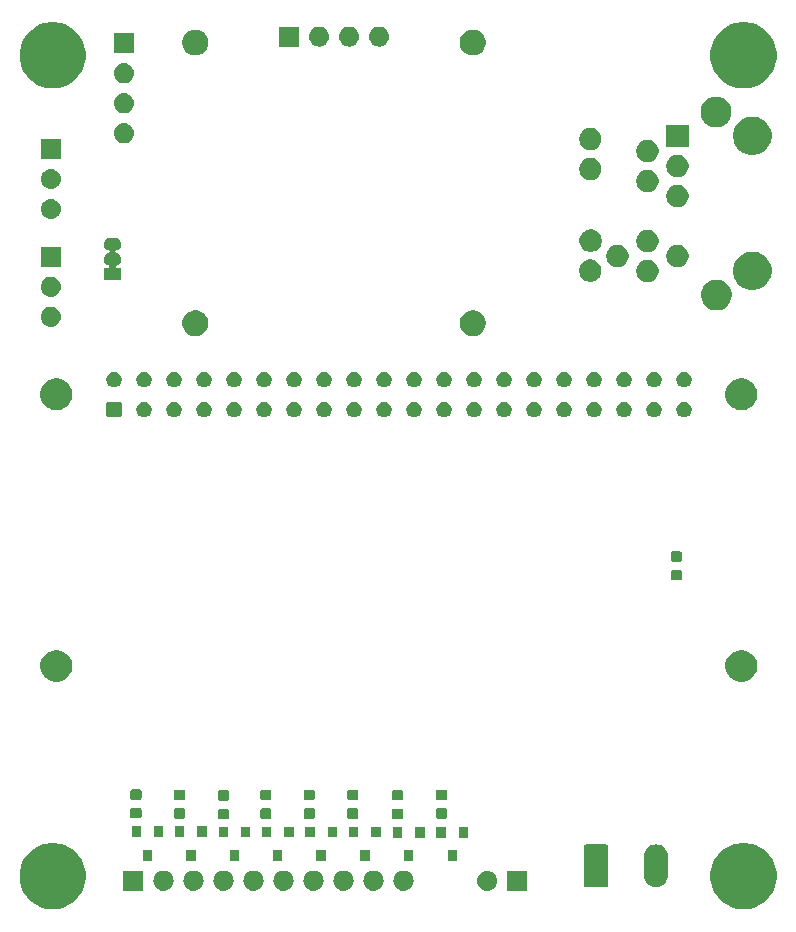
<source format=gbs>
G04 #@! TF.GenerationSoftware,KiCad,Pcbnew,(5.0.1-3-g963ef8bb5)*
G04 #@! TF.CreationDate,2018-12-24T15:41:03+01:00*
G04 #@! TF.ProjectId,heizungsregler,6865697A756E67737265676C65722E6B,rev?*
G04 #@! TF.SameCoordinates,Original*
G04 #@! TF.FileFunction,Soldermask,Bot*
G04 #@! TF.FilePolarity,Negative*
%FSLAX46Y46*%
G04 Gerber Fmt 4.6, Leading zero omitted, Abs format (unit mm)*
G04 Created by KiCad (PCBNEW (5.0.1-3-g963ef8bb5)) date Montag, 24. Dezember 2018 um 15:41:03*
%MOMM*%
%LPD*%
G01*
G04 APERTURE LIST*
%ADD10C,0.100000*%
G04 APERTURE END LIST*
D10*
G36*
X176046253Y-121753801D02*
X176316730Y-121807602D01*
X176513821Y-121889240D01*
X176826296Y-122018671D01*
X177284899Y-122325100D01*
X177674900Y-122715101D01*
X177981329Y-123173704D01*
X178192398Y-123683271D01*
X178300000Y-124224223D01*
X178300000Y-124775777D01*
X178263239Y-124960589D01*
X178192398Y-125316730D01*
X178149622Y-125420000D01*
X177981329Y-125826296D01*
X177674900Y-126284899D01*
X177284899Y-126674900D01*
X176826296Y-126981329D01*
X176527799Y-127104970D01*
X176316730Y-127192398D01*
X176046253Y-127246199D01*
X175775777Y-127300000D01*
X175224223Y-127300000D01*
X174953747Y-127246199D01*
X174683270Y-127192398D01*
X174472201Y-127104970D01*
X174173704Y-126981329D01*
X173715101Y-126674900D01*
X173325100Y-126284899D01*
X173018671Y-125826296D01*
X172850378Y-125420000D01*
X172807602Y-125316730D01*
X172736761Y-124960589D01*
X172700000Y-124775777D01*
X172700000Y-124224223D01*
X172807602Y-123683271D01*
X173018671Y-123173704D01*
X173325100Y-122715101D01*
X173715101Y-122325100D01*
X174173704Y-122018671D01*
X174486179Y-121889240D01*
X174683270Y-121807602D01*
X174953747Y-121753801D01*
X175224223Y-121700000D01*
X175775777Y-121700000D01*
X176046253Y-121753801D01*
X176046253Y-121753801D01*
G37*
G36*
X117546253Y-121753801D02*
X117816730Y-121807602D01*
X118013821Y-121889240D01*
X118326296Y-122018671D01*
X118784899Y-122325100D01*
X119174900Y-122715101D01*
X119481329Y-123173704D01*
X119692398Y-123683271D01*
X119800000Y-124224223D01*
X119800000Y-124775777D01*
X119763239Y-124960589D01*
X119692398Y-125316730D01*
X119649622Y-125420000D01*
X119481329Y-125826296D01*
X119174900Y-126284899D01*
X118784899Y-126674900D01*
X118326296Y-126981329D01*
X118027799Y-127104970D01*
X117816730Y-127192398D01*
X117546253Y-127246199D01*
X117275777Y-127300000D01*
X116724223Y-127300000D01*
X116453747Y-127246199D01*
X116183270Y-127192398D01*
X115972201Y-127104970D01*
X115673704Y-126981329D01*
X115215101Y-126674900D01*
X114825100Y-126284899D01*
X114518671Y-125826296D01*
X114350378Y-125420000D01*
X114307602Y-125316730D01*
X114236761Y-124960589D01*
X114200000Y-124775777D01*
X114200000Y-124224223D01*
X114307602Y-123683271D01*
X114518671Y-123173704D01*
X114825100Y-122715101D01*
X115215101Y-122325100D01*
X115673704Y-122018671D01*
X115986179Y-121889240D01*
X116183270Y-121807602D01*
X116453747Y-121753801D01*
X116724223Y-121700000D01*
X117275777Y-121700000D01*
X117546253Y-121753801D01*
X117546253Y-121753801D01*
G37*
G36*
X157180000Y-125750000D02*
X155480000Y-125750000D01*
X155480000Y-124050000D01*
X157180000Y-124050000D01*
X157180000Y-125750000D01*
X157180000Y-125750000D01*
G37*
G36*
X153956630Y-124062299D02*
X154116855Y-124110903D01*
X154264520Y-124189831D01*
X154393949Y-124296051D01*
X154500169Y-124425480D01*
X154579097Y-124573145D01*
X154627701Y-124733370D01*
X154644112Y-124900000D01*
X154627701Y-125066630D01*
X154579097Y-125226855D01*
X154500169Y-125374520D01*
X154393949Y-125503949D01*
X154264520Y-125610169D01*
X154116855Y-125689097D01*
X153956630Y-125737701D01*
X153831752Y-125750000D01*
X153748248Y-125750000D01*
X153623370Y-125737701D01*
X153463145Y-125689097D01*
X153315480Y-125610169D01*
X153186051Y-125503949D01*
X153079831Y-125374520D01*
X153000903Y-125226855D01*
X152952299Y-125066630D01*
X152935888Y-124900000D01*
X152952299Y-124733370D01*
X153000903Y-124573145D01*
X153079831Y-124425480D01*
X153186051Y-124296051D01*
X153315480Y-124189831D01*
X153463145Y-124110903D01*
X153623370Y-124062299D01*
X153748248Y-124050000D01*
X153831752Y-124050000D01*
X153956630Y-124062299D01*
X153956630Y-124062299D01*
G37*
G36*
X136706630Y-124042299D02*
X136866855Y-124090903D01*
X137014520Y-124169831D01*
X137143949Y-124276051D01*
X137250169Y-124405480D01*
X137329097Y-124553145D01*
X137377701Y-124713370D01*
X137394112Y-124880000D01*
X137377701Y-125046630D01*
X137329097Y-125206855D01*
X137250169Y-125354520D01*
X137143949Y-125483949D01*
X137014520Y-125590169D01*
X136866855Y-125669097D01*
X136706630Y-125717701D01*
X136581752Y-125730000D01*
X136498248Y-125730000D01*
X136373370Y-125717701D01*
X136213145Y-125669097D01*
X136065480Y-125590169D01*
X135936051Y-125483949D01*
X135829831Y-125354520D01*
X135750903Y-125206855D01*
X135702299Y-125046630D01*
X135685888Y-124880000D01*
X135702299Y-124713370D01*
X135750903Y-124553145D01*
X135829831Y-124405480D01*
X135936051Y-124276051D01*
X136065480Y-124169831D01*
X136213145Y-124090903D01*
X136373370Y-124042299D01*
X136498248Y-124030000D01*
X136581752Y-124030000D01*
X136706630Y-124042299D01*
X136706630Y-124042299D01*
G37*
G36*
X134166630Y-124042299D02*
X134326855Y-124090903D01*
X134474520Y-124169831D01*
X134603949Y-124276051D01*
X134710169Y-124405480D01*
X134789097Y-124553145D01*
X134837701Y-124713370D01*
X134854112Y-124880000D01*
X134837701Y-125046630D01*
X134789097Y-125206855D01*
X134710169Y-125354520D01*
X134603949Y-125483949D01*
X134474520Y-125590169D01*
X134326855Y-125669097D01*
X134166630Y-125717701D01*
X134041752Y-125730000D01*
X133958248Y-125730000D01*
X133833370Y-125717701D01*
X133673145Y-125669097D01*
X133525480Y-125590169D01*
X133396051Y-125483949D01*
X133289831Y-125354520D01*
X133210903Y-125206855D01*
X133162299Y-125046630D01*
X133145888Y-124880000D01*
X133162299Y-124713370D01*
X133210903Y-124553145D01*
X133289831Y-124405480D01*
X133396051Y-124276051D01*
X133525480Y-124169831D01*
X133673145Y-124090903D01*
X133833370Y-124042299D01*
X133958248Y-124030000D01*
X134041752Y-124030000D01*
X134166630Y-124042299D01*
X134166630Y-124042299D01*
G37*
G36*
X131626630Y-124042299D02*
X131786855Y-124090903D01*
X131934520Y-124169831D01*
X132063949Y-124276051D01*
X132170169Y-124405480D01*
X132249097Y-124553145D01*
X132297701Y-124713370D01*
X132314112Y-124880000D01*
X132297701Y-125046630D01*
X132249097Y-125206855D01*
X132170169Y-125354520D01*
X132063949Y-125483949D01*
X131934520Y-125590169D01*
X131786855Y-125669097D01*
X131626630Y-125717701D01*
X131501752Y-125730000D01*
X131418248Y-125730000D01*
X131293370Y-125717701D01*
X131133145Y-125669097D01*
X130985480Y-125590169D01*
X130856051Y-125483949D01*
X130749831Y-125354520D01*
X130670903Y-125206855D01*
X130622299Y-125046630D01*
X130605888Y-124880000D01*
X130622299Y-124713370D01*
X130670903Y-124553145D01*
X130749831Y-124405480D01*
X130856051Y-124276051D01*
X130985480Y-124169831D01*
X131133145Y-124090903D01*
X131293370Y-124042299D01*
X131418248Y-124030000D01*
X131501752Y-124030000D01*
X131626630Y-124042299D01*
X131626630Y-124042299D01*
G37*
G36*
X129086630Y-124042299D02*
X129246855Y-124090903D01*
X129394520Y-124169831D01*
X129523949Y-124276051D01*
X129630169Y-124405480D01*
X129709097Y-124553145D01*
X129757701Y-124713370D01*
X129774112Y-124880000D01*
X129757701Y-125046630D01*
X129709097Y-125206855D01*
X129630169Y-125354520D01*
X129523949Y-125483949D01*
X129394520Y-125590169D01*
X129246855Y-125669097D01*
X129086630Y-125717701D01*
X128961752Y-125730000D01*
X128878248Y-125730000D01*
X128753370Y-125717701D01*
X128593145Y-125669097D01*
X128445480Y-125590169D01*
X128316051Y-125483949D01*
X128209831Y-125354520D01*
X128130903Y-125206855D01*
X128082299Y-125046630D01*
X128065888Y-124880000D01*
X128082299Y-124713370D01*
X128130903Y-124553145D01*
X128209831Y-124405480D01*
X128316051Y-124276051D01*
X128445480Y-124169831D01*
X128593145Y-124090903D01*
X128753370Y-124042299D01*
X128878248Y-124030000D01*
X128961752Y-124030000D01*
X129086630Y-124042299D01*
X129086630Y-124042299D01*
G37*
G36*
X126546630Y-124042299D02*
X126706855Y-124090903D01*
X126854520Y-124169831D01*
X126983949Y-124276051D01*
X127090169Y-124405480D01*
X127169097Y-124553145D01*
X127217701Y-124713370D01*
X127234112Y-124880000D01*
X127217701Y-125046630D01*
X127169097Y-125206855D01*
X127090169Y-125354520D01*
X126983949Y-125483949D01*
X126854520Y-125590169D01*
X126706855Y-125669097D01*
X126546630Y-125717701D01*
X126421752Y-125730000D01*
X126338248Y-125730000D01*
X126213370Y-125717701D01*
X126053145Y-125669097D01*
X125905480Y-125590169D01*
X125776051Y-125483949D01*
X125669831Y-125354520D01*
X125590903Y-125206855D01*
X125542299Y-125046630D01*
X125525888Y-124880000D01*
X125542299Y-124713370D01*
X125590903Y-124553145D01*
X125669831Y-124405480D01*
X125776051Y-124276051D01*
X125905480Y-124169831D01*
X126053145Y-124090903D01*
X126213370Y-124042299D01*
X126338248Y-124030000D01*
X126421752Y-124030000D01*
X126546630Y-124042299D01*
X126546630Y-124042299D01*
G37*
G36*
X124690000Y-125730000D02*
X122990000Y-125730000D01*
X122990000Y-124030000D01*
X124690000Y-124030000D01*
X124690000Y-125730000D01*
X124690000Y-125730000D01*
G37*
G36*
X146866630Y-124042299D02*
X147026855Y-124090903D01*
X147174520Y-124169831D01*
X147303949Y-124276051D01*
X147410169Y-124405480D01*
X147489097Y-124553145D01*
X147537701Y-124713370D01*
X147554112Y-124880000D01*
X147537701Y-125046630D01*
X147489097Y-125206855D01*
X147410169Y-125354520D01*
X147303949Y-125483949D01*
X147174520Y-125590169D01*
X147026855Y-125669097D01*
X146866630Y-125717701D01*
X146741752Y-125730000D01*
X146658248Y-125730000D01*
X146533370Y-125717701D01*
X146373145Y-125669097D01*
X146225480Y-125590169D01*
X146096051Y-125483949D01*
X145989831Y-125354520D01*
X145910903Y-125206855D01*
X145862299Y-125046630D01*
X145845888Y-124880000D01*
X145862299Y-124713370D01*
X145910903Y-124553145D01*
X145989831Y-124405480D01*
X146096051Y-124276051D01*
X146225480Y-124169831D01*
X146373145Y-124090903D01*
X146533370Y-124042299D01*
X146658248Y-124030000D01*
X146741752Y-124030000D01*
X146866630Y-124042299D01*
X146866630Y-124042299D01*
G37*
G36*
X144326630Y-124042299D02*
X144486855Y-124090903D01*
X144634520Y-124169831D01*
X144763949Y-124276051D01*
X144870169Y-124405480D01*
X144949097Y-124553145D01*
X144997701Y-124713370D01*
X145014112Y-124880000D01*
X144997701Y-125046630D01*
X144949097Y-125206855D01*
X144870169Y-125354520D01*
X144763949Y-125483949D01*
X144634520Y-125590169D01*
X144486855Y-125669097D01*
X144326630Y-125717701D01*
X144201752Y-125730000D01*
X144118248Y-125730000D01*
X143993370Y-125717701D01*
X143833145Y-125669097D01*
X143685480Y-125590169D01*
X143556051Y-125483949D01*
X143449831Y-125354520D01*
X143370903Y-125206855D01*
X143322299Y-125046630D01*
X143305888Y-124880000D01*
X143322299Y-124713370D01*
X143370903Y-124553145D01*
X143449831Y-124405480D01*
X143556051Y-124276051D01*
X143685480Y-124169831D01*
X143833145Y-124090903D01*
X143993370Y-124042299D01*
X144118248Y-124030000D01*
X144201752Y-124030000D01*
X144326630Y-124042299D01*
X144326630Y-124042299D01*
G37*
G36*
X141786630Y-124042299D02*
X141946855Y-124090903D01*
X142094520Y-124169831D01*
X142223949Y-124276051D01*
X142330169Y-124405480D01*
X142409097Y-124553145D01*
X142457701Y-124713370D01*
X142474112Y-124880000D01*
X142457701Y-125046630D01*
X142409097Y-125206855D01*
X142330169Y-125354520D01*
X142223949Y-125483949D01*
X142094520Y-125590169D01*
X141946855Y-125669097D01*
X141786630Y-125717701D01*
X141661752Y-125730000D01*
X141578248Y-125730000D01*
X141453370Y-125717701D01*
X141293145Y-125669097D01*
X141145480Y-125590169D01*
X141016051Y-125483949D01*
X140909831Y-125354520D01*
X140830903Y-125206855D01*
X140782299Y-125046630D01*
X140765888Y-124880000D01*
X140782299Y-124713370D01*
X140830903Y-124553145D01*
X140909831Y-124405480D01*
X141016051Y-124276051D01*
X141145480Y-124169831D01*
X141293145Y-124090903D01*
X141453370Y-124042299D01*
X141578248Y-124030000D01*
X141661752Y-124030000D01*
X141786630Y-124042299D01*
X141786630Y-124042299D01*
G37*
G36*
X139246630Y-124042299D02*
X139406855Y-124090903D01*
X139554520Y-124169831D01*
X139683949Y-124276051D01*
X139790169Y-124405480D01*
X139869097Y-124553145D01*
X139917701Y-124713370D01*
X139934112Y-124880000D01*
X139917701Y-125046630D01*
X139869097Y-125206855D01*
X139790169Y-125354520D01*
X139683949Y-125483949D01*
X139554520Y-125590169D01*
X139406855Y-125669097D01*
X139246630Y-125717701D01*
X139121752Y-125730000D01*
X139038248Y-125730000D01*
X138913370Y-125717701D01*
X138753145Y-125669097D01*
X138605480Y-125590169D01*
X138476051Y-125483949D01*
X138369831Y-125354520D01*
X138290903Y-125206855D01*
X138242299Y-125046630D01*
X138225888Y-124880000D01*
X138242299Y-124713370D01*
X138290903Y-124553145D01*
X138369831Y-124405480D01*
X138476051Y-124276051D01*
X138605480Y-124169831D01*
X138753145Y-124090903D01*
X138913370Y-124042299D01*
X139038248Y-124030000D01*
X139121752Y-124030000D01*
X139246630Y-124042299D01*
X139246630Y-124042299D01*
G37*
G36*
X168293875Y-121835048D02*
X168489915Y-121894516D01*
X168670589Y-121991088D01*
X168828949Y-122121051D01*
X168828950Y-122121053D01*
X168828952Y-122121054D01*
X168869663Y-122170661D01*
X168958912Y-122279411D01*
X169055484Y-122460084D01*
X169114952Y-122656124D01*
X169130000Y-122808909D01*
X169130000Y-124431091D01*
X169114952Y-124583876D01*
X169055484Y-124779916D01*
X168958912Y-124960589D01*
X168828949Y-125118949D01*
X168670589Y-125248912D01*
X168489916Y-125345484D01*
X168293876Y-125404952D01*
X168090000Y-125425032D01*
X167886125Y-125404952D01*
X167690085Y-125345484D01*
X167509412Y-125248912D01*
X167351052Y-125118949D01*
X167221089Y-124960589D01*
X167124517Y-124779916D01*
X167104331Y-124713371D01*
X167065048Y-124583877D01*
X167050000Y-124431084D01*
X167050000Y-122808910D01*
X167065048Y-122656125D01*
X167124516Y-122460085D01*
X167221088Y-122279411D01*
X167351051Y-122121051D01*
X167351053Y-122121050D01*
X167351054Y-122121048D01*
X167413258Y-122069999D01*
X167509411Y-121991088D01*
X167690084Y-121894516D01*
X167886124Y-121835048D01*
X168090000Y-121814968D01*
X168293875Y-121835048D01*
X168293875Y-121835048D01*
G37*
G36*
X163925081Y-121823572D02*
X163954055Y-121832361D01*
X163980760Y-121846635D01*
X164004160Y-121865840D01*
X164023365Y-121889240D01*
X164037639Y-121915945D01*
X164046428Y-121944919D01*
X164050000Y-121981187D01*
X164050000Y-125258813D01*
X164046428Y-125295081D01*
X164037639Y-125324055D01*
X164023365Y-125350760D01*
X164004160Y-125374160D01*
X163980760Y-125393365D01*
X163954055Y-125407639D01*
X163925081Y-125416428D01*
X163888813Y-125420000D01*
X162131187Y-125420000D01*
X162094919Y-125416428D01*
X162065945Y-125407639D01*
X162039240Y-125393365D01*
X162015840Y-125374160D01*
X161996635Y-125350760D01*
X161982361Y-125324055D01*
X161973572Y-125295081D01*
X161970000Y-125258813D01*
X161970000Y-121981187D01*
X161973572Y-121944919D01*
X161982361Y-121915945D01*
X161996635Y-121889240D01*
X162015840Y-121865840D01*
X162039240Y-121846635D01*
X162065945Y-121832361D01*
X162094919Y-121823572D01*
X162131187Y-121820000D01*
X163888813Y-121820000D01*
X163925081Y-121823572D01*
X163925081Y-121823572D01*
G37*
G36*
X151250000Y-123230000D02*
X150450000Y-123230000D01*
X150450000Y-122330000D01*
X151250000Y-122330000D01*
X151250000Y-123230000D01*
X151250000Y-123230000D01*
G37*
G36*
X147540000Y-123230000D02*
X146740000Y-123230000D01*
X146740000Y-122330000D01*
X147540000Y-122330000D01*
X147540000Y-123230000D01*
X147540000Y-123230000D01*
G37*
G36*
X136450000Y-123220000D02*
X135650000Y-123220000D01*
X135650000Y-122320000D01*
X136450000Y-122320000D01*
X136450000Y-123220000D01*
X136450000Y-123220000D01*
G37*
G36*
X143830000Y-123210000D02*
X143030000Y-123210000D01*
X143030000Y-122310000D01*
X143830000Y-122310000D01*
X143830000Y-123210000D01*
X143830000Y-123210000D01*
G37*
G36*
X140130000Y-123210000D02*
X139330000Y-123210000D01*
X139330000Y-122310000D01*
X140130000Y-122310000D01*
X140130000Y-123210000D01*
X140130000Y-123210000D01*
G37*
G36*
X132800000Y-123210000D02*
X132000000Y-123210000D01*
X132000000Y-122310000D01*
X132800000Y-122310000D01*
X132800000Y-123210000D01*
X132800000Y-123210000D01*
G37*
G36*
X125430000Y-123180000D02*
X124630000Y-123180000D01*
X124630000Y-122280000D01*
X125430000Y-122280000D01*
X125430000Y-123180000D01*
X125430000Y-123180000D01*
G37*
G36*
X129110000Y-123180000D02*
X128310000Y-123180000D01*
X128310000Y-122280000D01*
X129110000Y-122280000D01*
X129110000Y-123180000D01*
X129110000Y-123180000D01*
G37*
G36*
X152200000Y-121230000D02*
X151400000Y-121230000D01*
X151400000Y-120330000D01*
X152200000Y-120330000D01*
X152200000Y-121230000D01*
X152200000Y-121230000D01*
G37*
G36*
X150300000Y-121230000D02*
X149500000Y-121230000D01*
X149500000Y-120330000D01*
X150300000Y-120330000D01*
X150300000Y-121230000D01*
X150300000Y-121230000D01*
G37*
G36*
X148490000Y-121230000D02*
X147690000Y-121230000D01*
X147690000Y-120330000D01*
X148490000Y-120330000D01*
X148490000Y-121230000D01*
X148490000Y-121230000D01*
G37*
G36*
X146590000Y-121230000D02*
X145790000Y-121230000D01*
X145790000Y-120330000D01*
X146590000Y-120330000D01*
X146590000Y-121230000D01*
X146590000Y-121230000D01*
G37*
G36*
X137400000Y-121220000D02*
X136600000Y-121220000D01*
X136600000Y-120320000D01*
X137400000Y-120320000D01*
X137400000Y-121220000D01*
X137400000Y-121220000D01*
G37*
G36*
X135500000Y-121220000D02*
X134700000Y-121220000D01*
X134700000Y-120320000D01*
X135500000Y-120320000D01*
X135500000Y-121220000D01*
X135500000Y-121220000D01*
G37*
G36*
X131850000Y-121210000D02*
X131050000Y-121210000D01*
X131050000Y-120310000D01*
X131850000Y-120310000D01*
X131850000Y-121210000D01*
X131850000Y-121210000D01*
G37*
G36*
X141080000Y-121210000D02*
X140280000Y-121210000D01*
X140280000Y-120310000D01*
X141080000Y-120310000D01*
X141080000Y-121210000D01*
X141080000Y-121210000D01*
G37*
G36*
X142880000Y-121210000D02*
X142080000Y-121210000D01*
X142080000Y-120310000D01*
X142880000Y-120310000D01*
X142880000Y-121210000D01*
X142880000Y-121210000D01*
G37*
G36*
X139180000Y-121210000D02*
X138380000Y-121210000D01*
X138380000Y-120310000D01*
X139180000Y-120310000D01*
X139180000Y-121210000D01*
X139180000Y-121210000D01*
G37*
G36*
X144780000Y-121210000D02*
X143980000Y-121210000D01*
X143980000Y-120310000D01*
X144780000Y-120310000D01*
X144780000Y-121210000D01*
X144780000Y-121210000D01*
G37*
G36*
X133750000Y-121210000D02*
X132950000Y-121210000D01*
X132950000Y-120310000D01*
X133750000Y-120310000D01*
X133750000Y-121210000D01*
X133750000Y-121210000D01*
G37*
G36*
X124480000Y-121180000D02*
X123680000Y-121180000D01*
X123680000Y-120280000D01*
X124480000Y-120280000D01*
X124480000Y-121180000D01*
X124480000Y-121180000D01*
G37*
G36*
X126380000Y-121180000D02*
X125580000Y-121180000D01*
X125580000Y-120280000D01*
X126380000Y-120280000D01*
X126380000Y-121180000D01*
X126380000Y-121180000D01*
G37*
G36*
X130060000Y-121180000D02*
X129260000Y-121180000D01*
X129260000Y-120280000D01*
X130060000Y-120280000D01*
X130060000Y-121180000D01*
X130060000Y-121180000D01*
G37*
G36*
X128160000Y-121180000D02*
X127360000Y-121180000D01*
X127360000Y-120280000D01*
X128160000Y-120280000D01*
X128160000Y-121180000D01*
X128160000Y-121180000D01*
G37*
G36*
X131809116Y-118823595D02*
X131838313Y-118832452D01*
X131865218Y-118846833D01*
X131888808Y-118866192D01*
X131908167Y-118889782D01*
X131922548Y-118916687D01*
X131931405Y-118945884D01*
X131935000Y-118982390D01*
X131935000Y-119532610D01*
X131931405Y-119569116D01*
X131922548Y-119598313D01*
X131908167Y-119625218D01*
X131888808Y-119648808D01*
X131865218Y-119668167D01*
X131838313Y-119682548D01*
X131809116Y-119691405D01*
X131772610Y-119695000D01*
X131147390Y-119695000D01*
X131110884Y-119691405D01*
X131081687Y-119682548D01*
X131054782Y-119668167D01*
X131031192Y-119648808D01*
X131011833Y-119625218D01*
X130997452Y-119598313D01*
X130988595Y-119569116D01*
X130985000Y-119532610D01*
X130985000Y-118982390D01*
X130988595Y-118945884D01*
X130997452Y-118916687D01*
X131011833Y-118889782D01*
X131031192Y-118866192D01*
X131054782Y-118846833D01*
X131081687Y-118832452D01*
X131110884Y-118823595D01*
X131147390Y-118820000D01*
X131772610Y-118820000D01*
X131809116Y-118823595D01*
X131809116Y-118823595D01*
G37*
G36*
X146549116Y-118783595D02*
X146578313Y-118792452D01*
X146605218Y-118806833D01*
X146628808Y-118826192D01*
X146648167Y-118849782D01*
X146662548Y-118876687D01*
X146671405Y-118905884D01*
X146675000Y-118942390D01*
X146675000Y-119492610D01*
X146671405Y-119529116D01*
X146662548Y-119558313D01*
X146648167Y-119585218D01*
X146628808Y-119608808D01*
X146605218Y-119628167D01*
X146578313Y-119642548D01*
X146549116Y-119651405D01*
X146512610Y-119655000D01*
X145887390Y-119655000D01*
X145850884Y-119651405D01*
X145821687Y-119642548D01*
X145794782Y-119628167D01*
X145771192Y-119608808D01*
X145751833Y-119585218D01*
X145737452Y-119558313D01*
X145728595Y-119529116D01*
X145725000Y-119492610D01*
X145725000Y-118942390D01*
X145728595Y-118905884D01*
X145737452Y-118876687D01*
X145751833Y-118849782D01*
X145771192Y-118826192D01*
X145794782Y-118806833D01*
X145821687Y-118792452D01*
X145850884Y-118783595D01*
X145887390Y-118780000D01*
X146512610Y-118780000D01*
X146549116Y-118783595D01*
X146549116Y-118783595D01*
G37*
G36*
X135399116Y-118773595D02*
X135428313Y-118782452D01*
X135455218Y-118796833D01*
X135478808Y-118816192D01*
X135498167Y-118839782D01*
X135512548Y-118866687D01*
X135521405Y-118895884D01*
X135525000Y-118932390D01*
X135525000Y-119482610D01*
X135521405Y-119519116D01*
X135512548Y-119548313D01*
X135498167Y-119575218D01*
X135478808Y-119598808D01*
X135455218Y-119618167D01*
X135428313Y-119632548D01*
X135399116Y-119641405D01*
X135362610Y-119645000D01*
X134737390Y-119645000D01*
X134700884Y-119641405D01*
X134671687Y-119632548D01*
X134644782Y-119618167D01*
X134621192Y-119598808D01*
X134601833Y-119575218D01*
X134587452Y-119548313D01*
X134578595Y-119519116D01*
X134575000Y-119482610D01*
X134575000Y-118932390D01*
X134578595Y-118895884D01*
X134587452Y-118866687D01*
X134601833Y-118839782D01*
X134621192Y-118816192D01*
X134644782Y-118796833D01*
X134671687Y-118782452D01*
X134700884Y-118773595D01*
X134737390Y-118770000D01*
X135362610Y-118770000D01*
X135399116Y-118773595D01*
X135399116Y-118773595D01*
G37*
G36*
X142769116Y-118763595D02*
X142798313Y-118772452D01*
X142825218Y-118786833D01*
X142848808Y-118806192D01*
X142868167Y-118829782D01*
X142882548Y-118856687D01*
X142891405Y-118885884D01*
X142895000Y-118922390D01*
X142895000Y-119472610D01*
X142891405Y-119509116D01*
X142882548Y-119538313D01*
X142868167Y-119565218D01*
X142848808Y-119588808D01*
X142825218Y-119608167D01*
X142798313Y-119622548D01*
X142769116Y-119631405D01*
X142732610Y-119635000D01*
X142107390Y-119635000D01*
X142070884Y-119631405D01*
X142041687Y-119622548D01*
X142014782Y-119608167D01*
X141991192Y-119588808D01*
X141971833Y-119565218D01*
X141957452Y-119538313D01*
X141948595Y-119509116D01*
X141945000Y-119472610D01*
X141945000Y-118922390D01*
X141948595Y-118885884D01*
X141957452Y-118856687D01*
X141971833Y-118829782D01*
X141991192Y-118806192D01*
X142014782Y-118786833D01*
X142041687Y-118772452D01*
X142070884Y-118763595D01*
X142107390Y-118760000D01*
X142732610Y-118760000D01*
X142769116Y-118763595D01*
X142769116Y-118763595D01*
G37*
G36*
X139069116Y-118763595D02*
X139098313Y-118772452D01*
X139125218Y-118786833D01*
X139148808Y-118806192D01*
X139168167Y-118829782D01*
X139182548Y-118856687D01*
X139191405Y-118885884D01*
X139195000Y-118922390D01*
X139195000Y-119472610D01*
X139191405Y-119509116D01*
X139182548Y-119538313D01*
X139168167Y-119565218D01*
X139148808Y-119588808D01*
X139125218Y-119608167D01*
X139098313Y-119622548D01*
X139069116Y-119631405D01*
X139032610Y-119635000D01*
X138407390Y-119635000D01*
X138370884Y-119631405D01*
X138341687Y-119622548D01*
X138314782Y-119608167D01*
X138291192Y-119588808D01*
X138271833Y-119565218D01*
X138257452Y-119538313D01*
X138248595Y-119509116D01*
X138245000Y-119472610D01*
X138245000Y-118922390D01*
X138248595Y-118885884D01*
X138257452Y-118856687D01*
X138271833Y-118829782D01*
X138291192Y-118806192D01*
X138314782Y-118786833D01*
X138341687Y-118772452D01*
X138370884Y-118763595D01*
X138407390Y-118760000D01*
X139032610Y-118760000D01*
X139069116Y-118763595D01*
X139069116Y-118763595D01*
G37*
G36*
X128089116Y-118753595D02*
X128118313Y-118762452D01*
X128145218Y-118776833D01*
X128168808Y-118796192D01*
X128188167Y-118819782D01*
X128202548Y-118846687D01*
X128211405Y-118875884D01*
X128215000Y-118912390D01*
X128215000Y-119462610D01*
X128211405Y-119499116D01*
X128202548Y-119528313D01*
X128188167Y-119555218D01*
X128168808Y-119578808D01*
X128145218Y-119598167D01*
X128118313Y-119612548D01*
X128089116Y-119621405D01*
X128052610Y-119625000D01*
X127427390Y-119625000D01*
X127390884Y-119621405D01*
X127361687Y-119612548D01*
X127334782Y-119598167D01*
X127311192Y-119578808D01*
X127291833Y-119555218D01*
X127277452Y-119528313D01*
X127268595Y-119499116D01*
X127265000Y-119462610D01*
X127265000Y-118912390D01*
X127268595Y-118875884D01*
X127277452Y-118846687D01*
X127291833Y-118819782D01*
X127311192Y-118796192D01*
X127334782Y-118776833D01*
X127361687Y-118762452D01*
X127390884Y-118753595D01*
X127427390Y-118750000D01*
X128052610Y-118750000D01*
X128089116Y-118753595D01*
X128089116Y-118753595D01*
G37*
G36*
X150279116Y-118753595D02*
X150308313Y-118762452D01*
X150335218Y-118776833D01*
X150358808Y-118796192D01*
X150378167Y-118819782D01*
X150392548Y-118846687D01*
X150401405Y-118875884D01*
X150405000Y-118912390D01*
X150405000Y-119462610D01*
X150401405Y-119499116D01*
X150392548Y-119528313D01*
X150378167Y-119555218D01*
X150358808Y-119578808D01*
X150335218Y-119598167D01*
X150308313Y-119612548D01*
X150279116Y-119621405D01*
X150242610Y-119625000D01*
X149617390Y-119625000D01*
X149580884Y-119621405D01*
X149551687Y-119612548D01*
X149524782Y-119598167D01*
X149501192Y-119578808D01*
X149481833Y-119555218D01*
X149467452Y-119528313D01*
X149458595Y-119499116D01*
X149455000Y-119462610D01*
X149455000Y-118912390D01*
X149458595Y-118875884D01*
X149467452Y-118846687D01*
X149481833Y-118819782D01*
X149501192Y-118796192D01*
X149524782Y-118776833D01*
X149551687Y-118762452D01*
X149580884Y-118753595D01*
X149617390Y-118750000D01*
X150242610Y-118750000D01*
X150279116Y-118753595D01*
X150279116Y-118753595D01*
G37*
G36*
X124399116Y-118743595D02*
X124428313Y-118752452D01*
X124455218Y-118766833D01*
X124478808Y-118786192D01*
X124498167Y-118809782D01*
X124512548Y-118836687D01*
X124521405Y-118865884D01*
X124525000Y-118902390D01*
X124525000Y-119452610D01*
X124521405Y-119489116D01*
X124512548Y-119518313D01*
X124498167Y-119545218D01*
X124478808Y-119568808D01*
X124455218Y-119588167D01*
X124428313Y-119602548D01*
X124399116Y-119611405D01*
X124362610Y-119615000D01*
X123737390Y-119615000D01*
X123700884Y-119611405D01*
X123671687Y-119602548D01*
X123644782Y-119588167D01*
X123621192Y-119568808D01*
X123601833Y-119545218D01*
X123587452Y-119518313D01*
X123578595Y-119489116D01*
X123575000Y-119452610D01*
X123575000Y-118902390D01*
X123578595Y-118865884D01*
X123587452Y-118836687D01*
X123601833Y-118809782D01*
X123621192Y-118786192D01*
X123644782Y-118766833D01*
X123671687Y-118752452D01*
X123700884Y-118743595D01*
X123737390Y-118740000D01*
X124362610Y-118740000D01*
X124399116Y-118743595D01*
X124399116Y-118743595D01*
G37*
G36*
X131809116Y-117248595D02*
X131838313Y-117257452D01*
X131865218Y-117271833D01*
X131888808Y-117291192D01*
X131908167Y-117314782D01*
X131922548Y-117341687D01*
X131931405Y-117370884D01*
X131935000Y-117407390D01*
X131935000Y-117957610D01*
X131931405Y-117994116D01*
X131922548Y-118023313D01*
X131908167Y-118050218D01*
X131888808Y-118073808D01*
X131865218Y-118093167D01*
X131838313Y-118107548D01*
X131809116Y-118116405D01*
X131772610Y-118120000D01*
X131147390Y-118120000D01*
X131110884Y-118116405D01*
X131081687Y-118107548D01*
X131054782Y-118093167D01*
X131031192Y-118073808D01*
X131011833Y-118050218D01*
X130997452Y-118023313D01*
X130988595Y-117994116D01*
X130985000Y-117957610D01*
X130985000Y-117407390D01*
X130988595Y-117370884D01*
X130997452Y-117341687D01*
X131011833Y-117314782D01*
X131031192Y-117291192D01*
X131054782Y-117271833D01*
X131081687Y-117257452D01*
X131110884Y-117248595D01*
X131147390Y-117245000D01*
X131772610Y-117245000D01*
X131809116Y-117248595D01*
X131809116Y-117248595D01*
G37*
G36*
X146549116Y-117208595D02*
X146578313Y-117217452D01*
X146605218Y-117231833D01*
X146628808Y-117251192D01*
X146648167Y-117274782D01*
X146662548Y-117301687D01*
X146671405Y-117330884D01*
X146675000Y-117367390D01*
X146675000Y-117917610D01*
X146671405Y-117954116D01*
X146662548Y-117983313D01*
X146648167Y-118010218D01*
X146628808Y-118033808D01*
X146605218Y-118053167D01*
X146578313Y-118067548D01*
X146549116Y-118076405D01*
X146512610Y-118080000D01*
X145887390Y-118080000D01*
X145850884Y-118076405D01*
X145821687Y-118067548D01*
X145794782Y-118053167D01*
X145771192Y-118033808D01*
X145751833Y-118010218D01*
X145737452Y-117983313D01*
X145728595Y-117954116D01*
X145725000Y-117917610D01*
X145725000Y-117367390D01*
X145728595Y-117330884D01*
X145737452Y-117301687D01*
X145751833Y-117274782D01*
X145771192Y-117251192D01*
X145794782Y-117231833D01*
X145821687Y-117217452D01*
X145850884Y-117208595D01*
X145887390Y-117205000D01*
X146512610Y-117205000D01*
X146549116Y-117208595D01*
X146549116Y-117208595D01*
G37*
G36*
X135399116Y-117198595D02*
X135428313Y-117207452D01*
X135455218Y-117221833D01*
X135478808Y-117241192D01*
X135498167Y-117264782D01*
X135512548Y-117291687D01*
X135521405Y-117320884D01*
X135525000Y-117357390D01*
X135525000Y-117907610D01*
X135521405Y-117944116D01*
X135512548Y-117973313D01*
X135498167Y-118000218D01*
X135478808Y-118023808D01*
X135455218Y-118043167D01*
X135428313Y-118057548D01*
X135399116Y-118066405D01*
X135362610Y-118070000D01*
X134737390Y-118070000D01*
X134700884Y-118066405D01*
X134671687Y-118057548D01*
X134644782Y-118043167D01*
X134621192Y-118023808D01*
X134601833Y-118000218D01*
X134587452Y-117973313D01*
X134578595Y-117944116D01*
X134575000Y-117907610D01*
X134575000Y-117357390D01*
X134578595Y-117320884D01*
X134587452Y-117291687D01*
X134601833Y-117264782D01*
X134621192Y-117241192D01*
X134644782Y-117221833D01*
X134671687Y-117207452D01*
X134700884Y-117198595D01*
X134737390Y-117195000D01*
X135362610Y-117195000D01*
X135399116Y-117198595D01*
X135399116Y-117198595D01*
G37*
G36*
X142769116Y-117188595D02*
X142798313Y-117197452D01*
X142825218Y-117211833D01*
X142848808Y-117231192D01*
X142868167Y-117254782D01*
X142882548Y-117281687D01*
X142891405Y-117310884D01*
X142895000Y-117347390D01*
X142895000Y-117897610D01*
X142891405Y-117934116D01*
X142882548Y-117963313D01*
X142868167Y-117990218D01*
X142848808Y-118013808D01*
X142825218Y-118033167D01*
X142798313Y-118047548D01*
X142769116Y-118056405D01*
X142732610Y-118060000D01*
X142107390Y-118060000D01*
X142070884Y-118056405D01*
X142041687Y-118047548D01*
X142014782Y-118033167D01*
X141991192Y-118013808D01*
X141971833Y-117990218D01*
X141957452Y-117963313D01*
X141948595Y-117934116D01*
X141945000Y-117897610D01*
X141945000Y-117347390D01*
X141948595Y-117310884D01*
X141957452Y-117281687D01*
X141971833Y-117254782D01*
X141991192Y-117231192D01*
X142014782Y-117211833D01*
X142041687Y-117197452D01*
X142070884Y-117188595D01*
X142107390Y-117185000D01*
X142732610Y-117185000D01*
X142769116Y-117188595D01*
X142769116Y-117188595D01*
G37*
G36*
X139069116Y-117188595D02*
X139098313Y-117197452D01*
X139125218Y-117211833D01*
X139148808Y-117231192D01*
X139168167Y-117254782D01*
X139182548Y-117281687D01*
X139191405Y-117310884D01*
X139195000Y-117347390D01*
X139195000Y-117897610D01*
X139191405Y-117934116D01*
X139182548Y-117963313D01*
X139168167Y-117990218D01*
X139148808Y-118013808D01*
X139125218Y-118033167D01*
X139098313Y-118047548D01*
X139069116Y-118056405D01*
X139032610Y-118060000D01*
X138407390Y-118060000D01*
X138370884Y-118056405D01*
X138341687Y-118047548D01*
X138314782Y-118033167D01*
X138291192Y-118013808D01*
X138271833Y-117990218D01*
X138257452Y-117963313D01*
X138248595Y-117934116D01*
X138245000Y-117897610D01*
X138245000Y-117347390D01*
X138248595Y-117310884D01*
X138257452Y-117281687D01*
X138271833Y-117254782D01*
X138291192Y-117231192D01*
X138314782Y-117211833D01*
X138341687Y-117197452D01*
X138370884Y-117188595D01*
X138407390Y-117185000D01*
X139032610Y-117185000D01*
X139069116Y-117188595D01*
X139069116Y-117188595D01*
G37*
G36*
X150279116Y-117178595D02*
X150308313Y-117187452D01*
X150335218Y-117201833D01*
X150358808Y-117221192D01*
X150378167Y-117244782D01*
X150392548Y-117271687D01*
X150401405Y-117300884D01*
X150405000Y-117337390D01*
X150405000Y-117887610D01*
X150401405Y-117924116D01*
X150392548Y-117953313D01*
X150378167Y-117980218D01*
X150358808Y-118003808D01*
X150335218Y-118023167D01*
X150308313Y-118037548D01*
X150279116Y-118046405D01*
X150242610Y-118050000D01*
X149617390Y-118050000D01*
X149580884Y-118046405D01*
X149551687Y-118037548D01*
X149524782Y-118023167D01*
X149501192Y-118003808D01*
X149481833Y-117980218D01*
X149467452Y-117953313D01*
X149458595Y-117924116D01*
X149455000Y-117887610D01*
X149455000Y-117337390D01*
X149458595Y-117300884D01*
X149467452Y-117271687D01*
X149481833Y-117244782D01*
X149501192Y-117221192D01*
X149524782Y-117201833D01*
X149551687Y-117187452D01*
X149580884Y-117178595D01*
X149617390Y-117175000D01*
X150242610Y-117175000D01*
X150279116Y-117178595D01*
X150279116Y-117178595D01*
G37*
G36*
X128089116Y-117178595D02*
X128118313Y-117187452D01*
X128145218Y-117201833D01*
X128168808Y-117221192D01*
X128188167Y-117244782D01*
X128202548Y-117271687D01*
X128211405Y-117300884D01*
X128215000Y-117337390D01*
X128215000Y-117887610D01*
X128211405Y-117924116D01*
X128202548Y-117953313D01*
X128188167Y-117980218D01*
X128168808Y-118003808D01*
X128145218Y-118023167D01*
X128118313Y-118037548D01*
X128089116Y-118046405D01*
X128052610Y-118050000D01*
X127427390Y-118050000D01*
X127390884Y-118046405D01*
X127361687Y-118037548D01*
X127334782Y-118023167D01*
X127311192Y-118003808D01*
X127291833Y-117980218D01*
X127277452Y-117953313D01*
X127268595Y-117924116D01*
X127265000Y-117887610D01*
X127265000Y-117337390D01*
X127268595Y-117300884D01*
X127277452Y-117271687D01*
X127291833Y-117244782D01*
X127311192Y-117221192D01*
X127334782Y-117201833D01*
X127361687Y-117187452D01*
X127390884Y-117178595D01*
X127427390Y-117175000D01*
X128052610Y-117175000D01*
X128089116Y-117178595D01*
X128089116Y-117178595D01*
G37*
G36*
X124399116Y-117168595D02*
X124428313Y-117177452D01*
X124455218Y-117191833D01*
X124478808Y-117211192D01*
X124498167Y-117234782D01*
X124512548Y-117261687D01*
X124521405Y-117290884D01*
X124525000Y-117327390D01*
X124525000Y-117877610D01*
X124521405Y-117914116D01*
X124512548Y-117943313D01*
X124498167Y-117970218D01*
X124478808Y-117993808D01*
X124455218Y-118013167D01*
X124428313Y-118027548D01*
X124399116Y-118036405D01*
X124362610Y-118040000D01*
X123737390Y-118040000D01*
X123700884Y-118036405D01*
X123671687Y-118027548D01*
X123644782Y-118013167D01*
X123621192Y-117993808D01*
X123601833Y-117970218D01*
X123587452Y-117943313D01*
X123578595Y-117914116D01*
X123575000Y-117877610D01*
X123575000Y-117327390D01*
X123578595Y-117290884D01*
X123587452Y-117261687D01*
X123601833Y-117234782D01*
X123621192Y-117211192D01*
X123644782Y-117191833D01*
X123671687Y-117177452D01*
X123700884Y-117168595D01*
X123737390Y-117165000D01*
X124362610Y-117165000D01*
X124399116Y-117168595D01*
X124399116Y-117168595D01*
G37*
G36*
X117693778Y-105401879D02*
X117939466Y-105503646D01*
X118160578Y-105651389D01*
X118348611Y-105839422D01*
X118496354Y-106060534D01*
X118598121Y-106306222D01*
X118650000Y-106567035D01*
X118650000Y-106832965D01*
X118598121Y-107093778D01*
X118496354Y-107339466D01*
X118348611Y-107560578D01*
X118160578Y-107748611D01*
X117939466Y-107896354D01*
X117693778Y-107998121D01*
X117432965Y-108050000D01*
X117167035Y-108050000D01*
X116906222Y-107998121D01*
X116660534Y-107896354D01*
X116439422Y-107748611D01*
X116251389Y-107560578D01*
X116103646Y-107339466D01*
X116001879Y-107093778D01*
X115950000Y-106832965D01*
X115950000Y-106567035D01*
X116001879Y-106306222D01*
X116103646Y-106060534D01*
X116251389Y-105839422D01*
X116439422Y-105651389D01*
X116660534Y-105503646D01*
X116906222Y-105401879D01*
X117167035Y-105350000D01*
X117432965Y-105350000D01*
X117693778Y-105401879D01*
X117693778Y-105401879D01*
G37*
G36*
X175693778Y-105401879D02*
X175939466Y-105503646D01*
X176160578Y-105651389D01*
X176348611Y-105839422D01*
X176496354Y-106060534D01*
X176598121Y-106306222D01*
X176650000Y-106567035D01*
X176650000Y-106832965D01*
X176598121Y-107093778D01*
X176496354Y-107339466D01*
X176348611Y-107560578D01*
X176160578Y-107748611D01*
X175939466Y-107896354D01*
X175693778Y-107998121D01*
X175432965Y-108050000D01*
X175167035Y-108050000D01*
X174906222Y-107998121D01*
X174660534Y-107896354D01*
X174439422Y-107748611D01*
X174251389Y-107560578D01*
X174103646Y-107339466D01*
X174001879Y-107093778D01*
X173950000Y-106832965D01*
X173950000Y-106567035D01*
X174001879Y-106306222D01*
X174103646Y-106060534D01*
X174251389Y-105839422D01*
X174439422Y-105651389D01*
X174660534Y-105503646D01*
X174906222Y-105401879D01*
X175167035Y-105350000D01*
X175432965Y-105350000D01*
X175693778Y-105401879D01*
X175693778Y-105401879D01*
G37*
G36*
X170159116Y-98583595D02*
X170188313Y-98592452D01*
X170215218Y-98606833D01*
X170238808Y-98626192D01*
X170258167Y-98649782D01*
X170272548Y-98676687D01*
X170281405Y-98705884D01*
X170285000Y-98742390D01*
X170285000Y-99292610D01*
X170281405Y-99329116D01*
X170272548Y-99358313D01*
X170258167Y-99385218D01*
X170238808Y-99408808D01*
X170215218Y-99428167D01*
X170188313Y-99442548D01*
X170159116Y-99451405D01*
X170122610Y-99455000D01*
X169497390Y-99455000D01*
X169460884Y-99451405D01*
X169431687Y-99442548D01*
X169404782Y-99428167D01*
X169381192Y-99408808D01*
X169361833Y-99385218D01*
X169347452Y-99358313D01*
X169338595Y-99329116D01*
X169335000Y-99292610D01*
X169335000Y-98742390D01*
X169338595Y-98705884D01*
X169347452Y-98676687D01*
X169361833Y-98649782D01*
X169381192Y-98626192D01*
X169404782Y-98606833D01*
X169431687Y-98592452D01*
X169460884Y-98583595D01*
X169497390Y-98580000D01*
X170122610Y-98580000D01*
X170159116Y-98583595D01*
X170159116Y-98583595D01*
G37*
G36*
X170159116Y-97008595D02*
X170188313Y-97017452D01*
X170215218Y-97031833D01*
X170238808Y-97051192D01*
X170258167Y-97074782D01*
X170272548Y-97101687D01*
X170281405Y-97130884D01*
X170285000Y-97167390D01*
X170285000Y-97717610D01*
X170281405Y-97754116D01*
X170272548Y-97783313D01*
X170258167Y-97810218D01*
X170238808Y-97833808D01*
X170215218Y-97853167D01*
X170188313Y-97867548D01*
X170159116Y-97876405D01*
X170122610Y-97880000D01*
X169497390Y-97880000D01*
X169460884Y-97876405D01*
X169431687Y-97867548D01*
X169404782Y-97853167D01*
X169381192Y-97833808D01*
X169361833Y-97810218D01*
X169347452Y-97783313D01*
X169338595Y-97754116D01*
X169335000Y-97717610D01*
X169335000Y-97167390D01*
X169338595Y-97130884D01*
X169347452Y-97101687D01*
X169361833Y-97074782D01*
X169381192Y-97051192D01*
X169404782Y-97031833D01*
X169431687Y-97017452D01*
X169460884Y-97008595D01*
X169497390Y-97005000D01*
X170122610Y-97005000D01*
X170159116Y-97008595D01*
X170159116Y-97008595D01*
G37*
G36*
X145251056Y-84370171D02*
X145367063Y-84418223D01*
X145370259Y-84419547D01*
X145477538Y-84491228D01*
X145568772Y-84582462D01*
X145640453Y-84689741D01*
X145689829Y-84808944D01*
X145715000Y-84935487D01*
X145715000Y-85064513D01*
X145689829Y-85191056D01*
X145640453Y-85310259D01*
X145568772Y-85417538D01*
X145477538Y-85508772D01*
X145424975Y-85543893D01*
X145370259Y-85580453D01*
X145251056Y-85629829D01*
X145124513Y-85655000D01*
X144995487Y-85655000D01*
X144868944Y-85629829D01*
X144749741Y-85580453D01*
X144695025Y-85543893D01*
X144642462Y-85508772D01*
X144551228Y-85417538D01*
X144479547Y-85310259D01*
X144430171Y-85191056D01*
X144405000Y-85064513D01*
X144405000Y-84935487D01*
X144430171Y-84808944D01*
X144479547Y-84689741D01*
X144551228Y-84582462D01*
X144642462Y-84491228D01*
X144749741Y-84419547D01*
X144752937Y-84418223D01*
X144868944Y-84370171D01*
X144995487Y-84345000D01*
X145124513Y-84345000D01*
X145251056Y-84370171D01*
X145251056Y-84370171D01*
G37*
G36*
X132551056Y-84370171D02*
X132667063Y-84418223D01*
X132670259Y-84419547D01*
X132777538Y-84491228D01*
X132868772Y-84582462D01*
X132940453Y-84689741D01*
X132989829Y-84808944D01*
X133015000Y-84935487D01*
X133015000Y-85064513D01*
X132989829Y-85191056D01*
X132940453Y-85310259D01*
X132868772Y-85417538D01*
X132777538Y-85508772D01*
X132724975Y-85543893D01*
X132670259Y-85580453D01*
X132551056Y-85629829D01*
X132424513Y-85655000D01*
X132295487Y-85655000D01*
X132168944Y-85629829D01*
X132049741Y-85580453D01*
X131995025Y-85543893D01*
X131942462Y-85508772D01*
X131851228Y-85417538D01*
X131779547Y-85310259D01*
X131730171Y-85191056D01*
X131705000Y-85064513D01*
X131705000Y-84935487D01*
X131730171Y-84808944D01*
X131779547Y-84689741D01*
X131851228Y-84582462D01*
X131942462Y-84491228D01*
X132049741Y-84419547D01*
X132052937Y-84418223D01*
X132168944Y-84370171D01*
X132295487Y-84345000D01*
X132424513Y-84345000D01*
X132551056Y-84370171D01*
X132551056Y-84370171D01*
G37*
G36*
X165571056Y-84370171D02*
X165687063Y-84418223D01*
X165690259Y-84419547D01*
X165797538Y-84491228D01*
X165888772Y-84582462D01*
X165960453Y-84689741D01*
X166009829Y-84808944D01*
X166035000Y-84935487D01*
X166035000Y-85064513D01*
X166009829Y-85191056D01*
X165960453Y-85310259D01*
X165888772Y-85417538D01*
X165797538Y-85508772D01*
X165744975Y-85543893D01*
X165690259Y-85580453D01*
X165571056Y-85629829D01*
X165444513Y-85655000D01*
X165315487Y-85655000D01*
X165188944Y-85629829D01*
X165069741Y-85580453D01*
X165015025Y-85543893D01*
X164962462Y-85508772D01*
X164871228Y-85417538D01*
X164799547Y-85310259D01*
X164750171Y-85191056D01*
X164725000Y-85064513D01*
X164725000Y-84935487D01*
X164750171Y-84808944D01*
X164799547Y-84689741D01*
X164871228Y-84582462D01*
X164962462Y-84491228D01*
X165069741Y-84419547D01*
X165072937Y-84418223D01*
X165188944Y-84370171D01*
X165315487Y-84345000D01*
X165444513Y-84345000D01*
X165571056Y-84370171D01*
X165571056Y-84370171D01*
G37*
G36*
X122715867Y-84348911D02*
X122748152Y-84358705D01*
X122777907Y-84374609D01*
X122803987Y-84396013D01*
X122825391Y-84422093D01*
X122841295Y-84451848D01*
X122851089Y-84484133D01*
X122855000Y-84523848D01*
X122855000Y-85476152D01*
X122851089Y-85515867D01*
X122841295Y-85548152D01*
X122825391Y-85577907D01*
X122803987Y-85603987D01*
X122777907Y-85625391D01*
X122748152Y-85641295D01*
X122715867Y-85651089D01*
X122676152Y-85655000D01*
X121723848Y-85655000D01*
X121684133Y-85651089D01*
X121651848Y-85641295D01*
X121622093Y-85625391D01*
X121596013Y-85603987D01*
X121574609Y-85577907D01*
X121558705Y-85548152D01*
X121548911Y-85515867D01*
X121545000Y-85476152D01*
X121545000Y-84523848D01*
X121548911Y-84484133D01*
X121558705Y-84451848D01*
X121574609Y-84422093D01*
X121596013Y-84396013D01*
X121622093Y-84374609D01*
X121651848Y-84358705D01*
X121684133Y-84348911D01*
X121723848Y-84345000D01*
X122676152Y-84345000D01*
X122715867Y-84348911D01*
X122715867Y-84348911D01*
G37*
G36*
X124931056Y-84370171D02*
X125047063Y-84418223D01*
X125050259Y-84419547D01*
X125157538Y-84491228D01*
X125248772Y-84582462D01*
X125320453Y-84689741D01*
X125369829Y-84808944D01*
X125395000Y-84935487D01*
X125395000Y-85064513D01*
X125369829Y-85191056D01*
X125320453Y-85310259D01*
X125248772Y-85417538D01*
X125157538Y-85508772D01*
X125104975Y-85543893D01*
X125050259Y-85580453D01*
X124931056Y-85629829D01*
X124804513Y-85655000D01*
X124675487Y-85655000D01*
X124548944Y-85629829D01*
X124429741Y-85580453D01*
X124375025Y-85543893D01*
X124322462Y-85508772D01*
X124231228Y-85417538D01*
X124159547Y-85310259D01*
X124110171Y-85191056D01*
X124085000Y-85064513D01*
X124085000Y-84935487D01*
X124110171Y-84808944D01*
X124159547Y-84689741D01*
X124231228Y-84582462D01*
X124322462Y-84491228D01*
X124429741Y-84419547D01*
X124432937Y-84418223D01*
X124548944Y-84370171D01*
X124675487Y-84345000D01*
X124804513Y-84345000D01*
X124931056Y-84370171D01*
X124931056Y-84370171D01*
G37*
G36*
X127471056Y-84370171D02*
X127587063Y-84418223D01*
X127590259Y-84419547D01*
X127697538Y-84491228D01*
X127788772Y-84582462D01*
X127860453Y-84689741D01*
X127909829Y-84808944D01*
X127935000Y-84935487D01*
X127935000Y-85064513D01*
X127909829Y-85191056D01*
X127860453Y-85310259D01*
X127788772Y-85417538D01*
X127697538Y-85508772D01*
X127644975Y-85543893D01*
X127590259Y-85580453D01*
X127471056Y-85629829D01*
X127344513Y-85655000D01*
X127215487Y-85655000D01*
X127088944Y-85629829D01*
X126969741Y-85580453D01*
X126915025Y-85543893D01*
X126862462Y-85508772D01*
X126771228Y-85417538D01*
X126699547Y-85310259D01*
X126650171Y-85191056D01*
X126625000Y-85064513D01*
X126625000Y-84935487D01*
X126650171Y-84808944D01*
X126699547Y-84689741D01*
X126771228Y-84582462D01*
X126862462Y-84491228D01*
X126969741Y-84419547D01*
X126972937Y-84418223D01*
X127088944Y-84370171D01*
X127215487Y-84345000D01*
X127344513Y-84345000D01*
X127471056Y-84370171D01*
X127471056Y-84370171D01*
G37*
G36*
X168111056Y-84370171D02*
X168227063Y-84418223D01*
X168230259Y-84419547D01*
X168337538Y-84491228D01*
X168428772Y-84582462D01*
X168500453Y-84689741D01*
X168549829Y-84808944D01*
X168575000Y-84935487D01*
X168575000Y-85064513D01*
X168549829Y-85191056D01*
X168500453Y-85310259D01*
X168428772Y-85417538D01*
X168337538Y-85508772D01*
X168284975Y-85543893D01*
X168230259Y-85580453D01*
X168111056Y-85629829D01*
X167984513Y-85655000D01*
X167855487Y-85655000D01*
X167728944Y-85629829D01*
X167609741Y-85580453D01*
X167555025Y-85543893D01*
X167502462Y-85508772D01*
X167411228Y-85417538D01*
X167339547Y-85310259D01*
X167290171Y-85191056D01*
X167265000Y-85064513D01*
X167265000Y-84935487D01*
X167290171Y-84808944D01*
X167339547Y-84689741D01*
X167411228Y-84582462D01*
X167502462Y-84491228D01*
X167609741Y-84419547D01*
X167612937Y-84418223D01*
X167728944Y-84370171D01*
X167855487Y-84345000D01*
X167984513Y-84345000D01*
X168111056Y-84370171D01*
X168111056Y-84370171D01*
G37*
G36*
X157951056Y-84370171D02*
X158067063Y-84418223D01*
X158070259Y-84419547D01*
X158177538Y-84491228D01*
X158268772Y-84582462D01*
X158340453Y-84689741D01*
X158389829Y-84808944D01*
X158415000Y-84935487D01*
X158415000Y-85064513D01*
X158389829Y-85191056D01*
X158340453Y-85310259D01*
X158268772Y-85417538D01*
X158177538Y-85508772D01*
X158124975Y-85543893D01*
X158070259Y-85580453D01*
X157951056Y-85629829D01*
X157824513Y-85655000D01*
X157695487Y-85655000D01*
X157568944Y-85629829D01*
X157449741Y-85580453D01*
X157395025Y-85543893D01*
X157342462Y-85508772D01*
X157251228Y-85417538D01*
X157179547Y-85310259D01*
X157130171Y-85191056D01*
X157105000Y-85064513D01*
X157105000Y-84935487D01*
X157130171Y-84808944D01*
X157179547Y-84689741D01*
X157251228Y-84582462D01*
X157342462Y-84491228D01*
X157449741Y-84419547D01*
X157452937Y-84418223D01*
X157568944Y-84370171D01*
X157695487Y-84345000D01*
X157824513Y-84345000D01*
X157951056Y-84370171D01*
X157951056Y-84370171D01*
G37*
G36*
X170651056Y-84370171D02*
X170767063Y-84418223D01*
X170770259Y-84419547D01*
X170877538Y-84491228D01*
X170968772Y-84582462D01*
X171040453Y-84689741D01*
X171089829Y-84808944D01*
X171115000Y-84935487D01*
X171115000Y-85064513D01*
X171089829Y-85191056D01*
X171040453Y-85310259D01*
X170968772Y-85417538D01*
X170877538Y-85508772D01*
X170824975Y-85543893D01*
X170770259Y-85580453D01*
X170651056Y-85629829D01*
X170524513Y-85655000D01*
X170395487Y-85655000D01*
X170268944Y-85629829D01*
X170149741Y-85580453D01*
X170095025Y-85543893D01*
X170042462Y-85508772D01*
X169951228Y-85417538D01*
X169879547Y-85310259D01*
X169830171Y-85191056D01*
X169805000Y-85064513D01*
X169805000Y-84935487D01*
X169830171Y-84808944D01*
X169879547Y-84689741D01*
X169951228Y-84582462D01*
X170042462Y-84491228D01*
X170149741Y-84419547D01*
X170152937Y-84418223D01*
X170268944Y-84370171D01*
X170395487Y-84345000D01*
X170524513Y-84345000D01*
X170651056Y-84370171D01*
X170651056Y-84370171D01*
G37*
G36*
X163031056Y-84370171D02*
X163147063Y-84418223D01*
X163150259Y-84419547D01*
X163257538Y-84491228D01*
X163348772Y-84582462D01*
X163420453Y-84689741D01*
X163469829Y-84808944D01*
X163495000Y-84935487D01*
X163495000Y-85064513D01*
X163469829Y-85191056D01*
X163420453Y-85310259D01*
X163348772Y-85417538D01*
X163257538Y-85508772D01*
X163204975Y-85543893D01*
X163150259Y-85580453D01*
X163031056Y-85629829D01*
X162904513Y-85655000D01*
X162775487Y-85655000D01*
X162648944Y-85629829D01*
X162529741Y-85580453D01*
X162475025Y-85543893D01*
X162422462Y-85508772D01*
X162331228Y-85417538D01*
X162259547Y-85310259D01*
X162210171Y-85191056D01*
X162185000Y-85064513D01*
X162185000Y-84935487D01*
X162210171Y-84808944D01*
X162259547Y-84689741D01*
X162331228Y-84582462D01*
X162422462Y-84491228D01*
X162529741Y-84419547D01*
X162532937Y-84418223D01*
X162648944Y-84370171D01*
X162775487Y-84345000D01*
X162904513Y-84345000D01*
X163031056Y-84370171D01*
X163031056Y-84370171D01*
G37*
G36*
X160491056Y-84370171D02*
X160607063Y-84418223D01*
X160610259Y-84419547D01*
X160717538Y-84491228D01*
X160808772Y-84582462D01*
X160880453Y-84689741D01*
X160929829Y-84808944D01*
X160955000Y-84935487D01*
X160955000Y-85064513D01*
X160929829Y-85191056D01*
X160880453Y-85310259D01*
X160808772Y-85417538D01*
X160717538Y-85508772D01*
X160664975Y-85543893D01*
X160610259Y-85580453D01*
X160491056Y-85629829D01*
X160364513Y-85655000D01*
X160235487Y-85655000D01*
X160108944Y-85629829D01*
X159989741Y-85580453D01*
X159935025Y-85543893D01*
X159882462Y-85508772D01*
X159791228Y-85417538D01*
X159719547Y-85310259D01*
X159670171Y-85191056D01*
X159645000Y-85064513D01*
X159645000Y-84935487D01*
X159670171Y-84808944D01*
X159719547Y-84689741D01*
X159791228Y-84582462D01*
X159882462Y-84491228D01*
X159989741Y-84419547D01*
X159992937Y-84418223D01*
X160108944Y-84370171D01*
X160235487Y-84345000D01*
X160364513Y-84345000D01*
X160491056Y-84370171D01*
X160491056Y-84370171D01*
G37*
G36*
X155411056Y-84370171D02*
X155527063Y-84418223D01*
X155530259Y-84419547D01*
X155637538Y-84491228D01*
X155728772Y-84582462D01*
X155800453Y-84689741D01*
X155849829Y-84808944D01*
X155875000Y-84935487D01*
X155875000Y-85064513D01*
X155849829Y-85191056D01*
X155800453Y-85310259D01*
X155728772Y-85417538D01*
X155637538Y-85508772D01*
X155584975Y-85543893D01*
X155530259Y-85580453D01*
X155411056Y-85629829D01*
X155284513Y-85655000D01*
X155155487Y-85655000D01*
X155028944Y-85629829D01*
X154909741Y-85580453D01*
X154855025Y-85543893D01*
X154802462Y-85508772D01*
X154711228Y-85417538D01*
X154639547Y-85310259D01*
X154590171Y-85191056D01*
X154565000Y-85064513D01*
X154565000Y-84935487D01*
X154590171Y-84808944D01*
X154639547Y-84689741D01*
X154711228Y-84582462D01*
X154802462Y-84491228D01*
X154909741Y-84419547D01*
X154912937Y-84418223D01*
X155028944Y-84370171D01*
X155155487Y-84345000D01*
X155284513Y-84345000D01*
X155411056Y-84370171D01*
X155411056Y-84370171D01*
G37*
G36*
X152871056Y-84370171D02*
X152987063Y-84418223D01*
X152990259Y-84419547D01*
X153097538Y-84491228D01*
X153188772Y-84582462D01*
X153260453Y-84689741D01*
X153309829Y-84808944D01*
X153335000Y-84935487D01*
X153335000Y-85064513D01*
X153309829Y-85191056D01*
X153260453Y-85310259D01*
X153188772Y-85417538D01*
X153097538Y-85508772D01*
X153044975Y-85543893D01*
X152990259Y-85580453D01*
X152871056Y-85629829D01*
X152744513Y-85655000D01*
X152615487Y-85655000D01*
X152488944Y-85629829D01*
X152369741Y-85580453D01*
X152315025Y-85543893D01*
X152262462Y-85508772D01*
X152171228Y-85417538D01*
X152099547Y-85310259D01*
X152050171Y-85191056D01*
X152025000Y-85064513D01*
X152025000Y-84935487D01*
X152050171Y-84808944D01*
X152099547Y-84689741D01*
X152171228Y-84582462D01*
X152262462Y-84491228D01*
X152369741Y-84419547D01*
X152372937Y-84418223D01*
X152488944Y-84370171D01*
X152615487Y-84345000D01*
X152744513Y-84345000D01*
X152871056Y-84370171D01*
X152871056Y-84370171D01*
G37*
G36*
X150331056Y-84370171D02*
X150447063Y-84418223D01*
X150450259Y-84419547D01*
X150557538Y-84491228D01*
X150648772Y-84582462D01*
X150720453Y-84689741D01*
X150769829Y-84808944D01*
X150795000Y-84935487D01*
X150795000Y-85064513D01*
X150769829Y-85191056D01*
X150720453Y-85310259D01*
X150648772Y-85417538D01*
X150557538Y-85508772D01*
X150504975Y-85543893D01*
X150450259Y-85580453D01*
X150331056Y-85629829D01*
X150204513Y-85655000D01*
X150075487Y-85655000D01*
X149948944Y-85629829D01*
X149829741Y-85580453D01*
X149775025Y-85543893D01*
X149722462Y-85508772D01*
X149631228Y-85417538D01*
X149559547Y-85310259D01*
X149510171Y-85191056D01*
X149485000Y-85064513D01*
X149485000Y-84935487D01*
X149510171Y-84808944D01*
X149559547Y-84689741D01*
X149631228Y-84582462D01*
X149722462Y-84491228D01*
X149829741Y-84419547D01*
X149832937Y-84418223D01*
X149948944Y-84370171D01*
X150075487Y-84345000D01*
X150204513Y-84345000D01*
X150331056Y-84370171D01*
X150331056Y-84370171D01*
G37*
G36*
X147791056Y-84370171D02*
X147907063Y-84418223D01*
X147910259Y-84419547D01*
X148017538Y-84491228D01*
X148108772Y-84582462D01*
X148180453Y-84689741D01*
X148229829Y-84808944D01*
X148255000Y-84935487D01*
X148255000Y-85064513D01*
X148229829Y-85191056D01*
X148180453Y-85310259D01*
X148108772Y-85417538D01*
X148017538Y-85508772D01*
X147964975Y-85543893D01*
X147910259Y-85580453D01*
X147791056Y-85629829D01*
X147664513Y-85655000D01*
X147535487Y-85655000D01*
X147408944Y-85629829D01*
X147289741Y-85580453D01*
X147235025Y-85543893D01*
X147182462Y-85508772D01*
X147091228Y-85417538D01*
X147019547Y-85310259D01*
X146970171Y-85191056D01*
X146945000Y-85064513D01*
X146945000Y-84935487D01*
X146970171Y-84808944D01*
X147019547Y-84689741D01*
X147091228Y-84582462D01*
X147182462Y-84491228D01*
X147289741Y-84419547D01*
X147292937Y-84418223D01*
X147408944Y-84370171D01*
X147535487Y-84345000D01*
X147664513Y-84345000D01*
X147791056Y-84370171D01*
X147791056Y-84370171D01*
G37*
G36*
X142711056Y-84370171D02*
X142827063Y-84418223D01*
X142830259Y-84419547D01*
X142937538Y-84491228D01*
X143028772Y-84582462D01*
X143100453Y-84689741D01*
X143149829Y-84808944D01*
X143175000Y-84935487D01*
X143175000Y-85064513D01*
X143149829Y-85191056D01*
X143100453Y-85310259D01*
X143028772Y-85417538D01*
X142937538Y-85508772D01*
X142884975Y-85543893D01*
X142830259Y-85580453D01*
X142711056Y-85629829D01*
X142584513Y-85655000D01*
X142455487Y-85655000D01*
X142328944Y-85629829D01*
X142209741Y-85580453D01*
X142155025Y-85543893D01*
X142102462Y-85508772D01*
X142011228Y-85417538D01*
X141939547Y-85310259D01*
X141890171Y-85191056D01*
X141865000Y-85064513D01*
X141865000Y-84935487D01*
X141890171Y-84808944D01*
X141939547Y-84689741D01*
X142011228Y-84582462D01*
X142102462Y-84491228D01*
X142209741Y-84419547D01*
X142212937Y-84418223D01*
X142328944Y-84370171D01*
X142455487Y-84345000D01*
X142584513Y-84345000D01*
X142711056Y-84370171D01*
X142711056Y-84370171D01*
G37*
G36*
X130011056Y-84370171D02*
X130127063Y-84418223D01*
X130130259Y-84419547D01*
X130237538Y-84491228D01*
X130328772Y-84582462D01*
X130400453Y-84689741D01*
X130449829Y-84808944D01*
X130475000Y-84935487D01*
X130475000Y-85064513D01*
X130449829Y-85191056D01*
X130400453Y-85310259D01*
X130328772Y-85417538D01*
X130237538Y-85508772D01*
X130184975Y-85543893D01*
X130130259Y-85580453D01*
X130011056Y-85629829D01*
X129884513Y-85655000D01*
X129755487Y-85655000D01*
X129628944Y-85629829D01*
X129509741Y-85580453D01*
X129455025Y-85543893D01*
X129402462Y-85508772D01*
X129311228Y-85417538D01*
X129239547Y-85310259D01*
X129190171Y-85191056D01*
X129165000Y-85064513D01*
X129165000Y-84935487D01*
X129190171Y-84808944D01*
X129239547Y-84689741D01*
X129311228Y-84582462D01*
X129402462Y-84491228D01*
X129509741Y-84419547D01*
X129512937Y-84418223D01*
X129628944Y-84370171D01*
X129755487Y-84345000D01*
X129884513Y-84345000D01*
X130011056Y-84370171D01*
X130011056Y-84370171D01*
G37*
G36*
X140171056Y-84370171D02*
X140287063Y-84418223D01*
X140290259Y-84419547D01*
X140397538Y-84491228D01*
X140488772Y-84582462D01*
X140560453Y-84689741D01*
X140609829Y-84808944D01*
X140635000Y-84935487D01*
X140635000Y-85064513D01*
X140609829Y-85191056D01*
X140560453Y-85310259D01*
X140488772Y-85417538D01*
X140397538Y-85508772D01*
X140344975Y-85543893D01*
X140290259Y-85580453D01*
X140171056Y-85629829D01*
X140044513Y-85655000D01*
X139915487Y-85655000D01*
X139788944Y-85629829D01*
X139669741Y-85580453D01*
X139615025Y-85543893D01*
X139562462Y-85508772D01*
X139471228Y-85417538D01*
X139399547Y-85310259D01*
X139350171Y-85191056D01*
X139325000Y-85064513D01*
X139325000Y-84935487D01*
X139350171Y-84808944D01*
X139399547Y-84689741D01*
X139471228Y-84582462D01*
X139562462Y-84491228D01*
X139669741Y-84419547D01*
X139672937Y-84418223D01*
X139788944Y-84370171D01*
X139915487Y-84345000D01*
X140044513Y-84345000D01*
X140171056Y-84370171D01*
X140171056Y-84370171D01*
G37*
G36*
X135091056Y-84370171D02*
X135207063Y-84418223D01*
X135210259Y-84419547D01*
X135317538Y-84491228D01*
X135408772Y-84582462D01*
X135480453Y-84689741D01*
X135529829Y-84808944D01*
X135555000Y-84935487D01*
X135555000Y-85064513D01*
X135529829Y-85191056D01*
X135480453Y-85310259D01*
X135408772Y-85417538D01*
X135317538Y-85508772D01*
X135264975Y-85543893D01*
X135210259Y-85580453D01*
X135091056Y-85629829D01*
X134964513Y-85655000D01*
X134835487Y-85655000D01*
X134708944Y-85629829D01*
X134589741Y-85580453D01*
X134535025Y-85543893D01*
X134482462Y-85508772D01*
X134391228Y-85417538D01*
X134319547Y-85310259D01*
X134270171Y-85191056D01*
X134245000Y-85064513D01*
X134245000Y-84935487D01*
X134270171Y-84808944D01*
X134319547Y-84689741D01*
X134391228Y-84582462D01*
X134482462Y-84491228D01*
X134589741Y-84419547D01*
X134592937Y-84418223D01*
X134708944Y-84370171D01*
X134835487Y-84345000D01*
X134964513Y-84345000D01*
X135091056Y-84370171D01*
X135091056Y-84370171D01*
G37*
G36*
X137631056Y-84370171D02*
X137747063Y-84418223D01*
X137750259Y-84419547D01*
X137857538Y-84491228D01*
X137948772Y-84582462D01*
X138020453Y-84689741D01*
X138069829Y-84808944D01*
X138095000Y-84935487D01*
X138095000Y-85064513D01*
X138069829Y-85191056D01*
X138020453Y-85310259D01*
X137948772Y-85417538D01*
X137857538Y-85508772D01*
X137804975Y-85543893D01*
X137750259Y-85580453D01*
X137631056Y-85629829D01*
X137504513Y-85655000D01*
X137375487Y-85655000D01*
X137248944Y-85629829D01*
X137129741Y-85580453D01*
X137075025Y-85543893D01*
X137022462Y-85508772D01*
X136931228Y-85417538D01*
X136859547Y-85310259D01*
X136810171Y-85191056D01*
X136785000Y-85064513D01*
X136785000Y-84935487D01*
X136810171Y-84808944D01*
X136859547Y-84689741D01*
X136931228Y-84582462D01*
X137022462Y-84491228D01*
X137129741Y-84419547D01*
X137132937Y-84418223D01*
X137248944Y-84370171D01*
X137375487Y-84345000D01*
X137504513Y-84345000D01*
X137631056Y-84370171D01*
X137631056Y-84370171D01*
G37*
G36*
X175693778Y-82401879D02*
X175939466Y-82503646D01*
X176160578Y-82651389D01*
X176348611Y-82839422D01*
X176496354Y-83060534D01*
X176598121Y-83306222D01*
X176650000Y-83567035D01*
X176650000Y-83832965D01*
X176598121Y-84093778D01*
X176496354Y-84339466D01*
X176348611Y-84560578D01*
X176160578Y-84748611D01*
X175939466Y-84896354D01*
X175693778Y-84998121D01*
X175432965Y-85050000D01*
X175167035Y-85050000D01*
X174906222Y-84998121D01*
X174660534Y-84896354D01*
X174439422Y-84748611D01*
X174251389Y-84560578D01*
X174103646Y-84339466D01*
X174001879Y-84093778D01*
X173950000Y-83832965D01*
X173950000Y-83567035D01*
X174001879Y-83306222D01*
X174103646Y-83060534D01*
X174251389Y-82839422D01*
X174439422Y-82651389D01*
X174660534Y-82503646D01*
X174906222Y-82401879D01*
X175167035Y-82350000D01*
X175432965Y-82350000D01*
X175693778Y-82401879D01*
X175693778Y-82401879D01*
G37*
G36*
X117693778Y-82401879D02*
X117939466Y-82503646D01*
X118160578Y-82651389D01*
X118348611Y-82839422D01*
X118496354Y-83060534D01*
X118598121Y-83306222D01*
X118650000Y-83567035D01*
X118650000Y-83832965D01*
X118598121Y-84093778D01*
X118496354Y-84339466D01*
X118348611Y-84560578D01*
X118160578Y-84748611D01*
X117939466Y-84896354D01*
X117693778Y-84998121D01*
X117432965Y-85050000D01*
X117167035Y-85050000D01*
X116906222Y-84998121D01*
X116660534Y-84896354D01*
X116439422Y-84748611D01*
X116251389Y-84560578D01*
X116103646Y-84339466D01*
X116001879Y-84093778D01*
X115950000Y-83832965D01*
X115950000Y-83567035D01*
X116001879Y-83306222D01*
X116103646Y-83060534D01*
X116251389Y-82839422D01*
X116439422Y-82651389D01*
X116660534Y-82503646D01*
X116906222Y-82401879D01*
X117167035Y-82350000D01*
X117432965Y-82350000D01*
X117693778Y-82401879D01*
X117693778Y-82401879D01*
G37*
G36*
X122391056Y-81830171D02*
X122510259Y-81879547D01*
X122617539Y-81951229D01*
X122708771Y-82042461D01*
X122780453Y-82149741D01*
X122829829Y-82268944D01*
X122855000Y-82395487D01*
X122855000Y-82524513D01*
X122829829Y-82651056D01*
X122780453Y-82770259D01*
X122708771Y-82877539D01*
X122617539Y-82968771D01*
X122510259Y-83040453D01*
X122391056Y-83089829D01*
X122264513Y-83115000D01*
X122135487Y-83115000D01*
X122008944Y-83089829D01*
X121889741Y-83040453D01*
X121782461Y-82968771D01*
X121691229Y-82877539D01*
X121619547Y-82770259D01*
X121570171Y-82651056D01*
X121545000Y-82524513D01*
X121545000Y-82395487D01*
X121570171Y-82268944D01*
X121619547Y-82149741D01*
X121691229Y-82042461D01*
X121782461Y-81951229D01*
X121889741Y-81879547D01*
X122008944Y-81830171D01*
X122135487Y-81805000D01*
X122264513Y-81805000D01*
X122391056Y-81830171D01*
X122391056Y-81830171D01*
G37*
G36*
X168111056Y-81830171D02*
X168230259Y-81879547D01*
X168337539Y-81951229D01*
X168428771Y-82042461D01*
X168500453Y-82149741D01*
X168549829Y-82268944D01*
X168575000Y-82395487D01*
X168575000Y-82524513D01*
X168549829Y-82651056D01*
X168500453Y-82770259D01*
X168428771Y-82877539D01*
X168337539Y-82968771D01*
X168230259Y-83040453D01*
X168111056Y-83089829D01*
X167984513Y-83115000D01*
X167855487Y-83115000D01*
X167728944Y-83089829D01*
X167609741Y-83040453D01*
X167502461Y-82968771D01*
X167411229Y-82877539D01*
X167339547Y-82770259D01*
X167290171Y-82651056D01*
X167265000Y-82524513D01*
X167265000Y-82395487D01*
X167290171Y-82268944D01*
X167339547Y-82149741D01*
X167411229Y-82042461D01*
X167502461Y-81951229D01*
X167609741Y-81879547D01*
X167728944Y-81830171D01*
X167855487Y-81805000D01*
X167984513Y-81805000D01*
X168111056Y-81830171D01*
X168111056Y-81830171D01*
G37*
G36*
X124931056Y-81830171D02*
X125050259Y-81879547D01*
X125157539Y-81951229D01*
X125248771Y-82042461D01*
X125320453Y-82149741D01*
X125369829Y-82268944D01*
X125395000Y-82395487D01*
X125395000Y-82524513D01*
X125369829Y-82651056D01*
X125320453Y-82770259D01*
X125248771Y-82877539D01*
X125157539Y-82968771D01*
X125050259Y-83040453D01*
X124931056Y-83089829D01*
X124804513Y-83115000D01*
X124675487Y-83115000D01*
X124548944Y-83089829D01*
X124429741Y-83040453D01*
X124322461Y-82968771D01*
X124231229Y-82877539D01*
X124159547Y-82770259D01*
X124110171Y-82651056D01*
X124085000Y-82524513D01*
X124085000Y-82395487D01*
X124110171Y-82268944D01*
X124159547Y-82149741D01*
X124231229Y-82042461D01*
X124322461Y-81951229D01*
X124429741Y-81879547D01*
X124548944Y-81830171D01*
X124675487Y-81805000D01*
X124804513Y-81805000D01*
X124931056Y-81830171D01*
X124931056Y-81830171D01*
G37*
G36*
X127471056Y-81830171D02*
X127590259Y-81879547D01*
X127697539Y-81951229D01*
X127788771Y-82042461D01*
X127860453Y-82149741D01*
X127909829Y-82268944D01*
X127935000Y-82395487D01*
X127935000Y-82524513D01*
X127909829Y-82651056D01*
X127860453Y-82770259D01*
X127788771Y-82877539D01*
X127697539Y-82968771D01*
X127590259Y-83040453D01*
X127471056Y-83089829D01*
X127344513Y-83115000D01*
X127215487Y-83115000D01*
X127088944Y-83089829D01*
X126969741Y-83040453D01*
X126862461Y-82968771D01*
X126771229Y-82877539D01*
X126699547Y-82770259D01*
X126650171Y-82651056D01*
X126625000Y-82524513D01*
X126625000Y-82395487D01*
X126650171Y-82268944D01*
X126699547Y-82149741D01*
X126771229Y-82042461D01*
X126862461Y-81951229D01*
X126969741Y-81879547D01*
X127088944Y-81830171D01*
X127215487Y-81805000D01*
X127344513Y-81805000D01*
X127471056Y-81830171D01*
X127471056Y-81830171D01*
G37*
G36*
X130011056Y-81830171D02*
X130130259Y-81879547D01*
X130237539Y-81951229D01*
X130328771Y-82042461D01*
X130400453Y-82149741D01*
X130449829Y-82268944D01*
X130475000Y-82395487D01*
X130475000Y-82524513D01*
X130449829Y-82651056D01*
X130400453Y-82770259D01*
X130328771Y-82877539D01*
X130237539Y-82968771D01*
X130130259Y-83040453D01*
X130011056Y-83089829D01*
X129884513Y-83115000D01*
X129755487Y-83115000D01*
X129628944Y-83089829D01*
X129509741Y-83040453D01*
X129402461Y-82968771D01*
X129311229Y-82877539D01*
X129239547Y-82770259D01*
X129190171Y-82651056D01*
X129165000Y-82524513D01*
X129165000Y-82395487D01*
X129190171Y-82268944D01*
X129239547Y-82149741D01*
X129311229Y-82042461D01*
X129402461Y-81951229D01*
X129509741Y-81879547D01*
X129628944Y-81830171D01*
X129755487Y-81805000D01*
X129884513Y-81805000D01*
X130011056Y-81830171D01*
X130011056Y-81830171D01*
G37*
G36*
X132551056Y-81830171D02*
X132670259Y-81879547D01*
X132777539Y-81951229D01*
X132868771Y-82042461D01*
X132940453Y-82149741D01*
X132989829Y-82268944D01*
X133015000Y-82395487D01*
X133015000Y-82524513D01*
X132989829Y-82651056D01*
X132940453Y-82770259D01*
X132868771Y-82877539D01*
X132777539Y-82968771D01*
X132670259Y-83040453D01*
X132551056Y-83089829D01*
X132424513Y-83115000D01*
X132295487Y-83115000D01*
X132168944Y-83089829D01*
X132049741Y-83040453D01*
X131942461Y-82968771D01*
X131851229Y-82877539D01*
X131779547Y-82770259D01*
X131730171Y-82651056D01*
X131705000Y-82524513D01*
X131705000Y-82395487D01*
X131730171Y-82268944D01*
X131779547Y-82149741D01*
X131851229Y-82042461D01*
X131942461Y-81951229D01*
X132049741Y-81879547D01*
X132168944Y-81830171D01*
X132295487Y-81805000D01*
X132424513Y-81805000D01*
X132551056Y-81830171D01*
X132551056Y-81830171D01*
G37*
G36*
X135091056Y-81830171D02*
X135210259Y-81879547D01*
X135317539Y-81951229D01*
X135408771Y-82042461D01*
X135480453Y-82149741D01*
X135529829Y-82268944D01*
X135555000Y-82395487D01*
X135555000Y-82524513D01*
X135529829Y-82651056D01*
X135480453Y-82770259D01*
X135408771Y-82877539D01*
X135317539Y-82968771D01*
X135210259Y-83040453D01*
X135091056Y-83089829D01*
X134964513Y-83115000D01*
X134835487Y-83115000D01*
X134708944Y-83089829D01*
X134589741Y-83040453D01*
X134482461Y-82968771D01*
X134391229Y-82877539D01*
X134319547Y-82770259D01*
X134270171Y-82651056D01*
X134245000Y-82524513D01*
X134245000Y-82395487D01*
X134270171Y-82268944D01*
X134319547Y-82149741D01*
X134391229Y-82042461D01*
X134482461Y-81951229D01*
X134589741Y-81879547D01*
X134708944Y-81830171D01*
X134835487Y-81805000D01*
X134964513Y-81805000D01*
X135091056Y-81830171D01*
X135091056Y-81830171D01*
G37*
G36*
X137631056Y-81830171D02*
X137750259Y-81879547D01*
X137857539Y-81951229D01*
X137948771Y-82042461D01*
X138020453Y-82149741D01*
X138069829Y-82268944D01*
X138095000Y-82395487D01*
X138095000Y-82524513D01*
X138069829Y-82651056D01*
X138020453Y-82770259D01*
X137948771Y-82877539D01*
X137857539Y-82968771D01*
X137750259Y-83040453D01*
X137631056Y-83089829D01*
X137504513Y-83115000D01*
X137375487Y-83115000D01*
X137248944Y-83089829D01*
X137129741Y-83040453D01*
X137022461Y-82968771D01*
X136931229Y-82877539D01*
X136859547Y-82770259D01*
X136810171Y-82651056D01*
X136785000Y-82524513D01*
X136785000Y-82395487D01*
X136810171Y-82268944D01*
X136859547Y-82149741D01*
X136931229Y-82042461D01*
X137022461Y-81951229D01*
X137129741Y-81879547D01*
X137248944Y-81830171D01*
X137375487Y-81805000D01*
X137504513Y-81805000D01*
X137631056Y-81830171D01*
X137631056Y-81830171D01*
G37*
G36*
X140171056Y-81830171D02*
X140290259Y-81879547D01*
X140397539Y-81951229D01*
X140488771Y-82042461D01*
X140560453Y-82149741D01*
X140609829Y-82268944D01*
X140635000Y-82395487D01*
X140635000Y-82524513D01*
X140609829Y-82651056D01*
X140560453Y-82770259D01*
X140488771Y-82877539D01*
X140397539Y-82968771D01*
X140290259Y-83040453D01*
X140171056Y-83089829D01*
X140044513Y-83115000D01*
X139915487Y-83115000D01*
X139788944Y-83089829D01*
X139669741Y-83040453D01*
X139562461Y-82968771D01*
X139471229Y-82877539D01*
X139399547Y-82770259D01*
X139350171Y-82651056D01*
X139325000Y-82524513D01*
X139325000Y-82395487D01*
X139350171Y-82268944D01*
X139399547Y-82149741D01*
X139471229Y-82042461D01*
X139562461Y-81951229D01*
X139669741Y-81879547D01*
X139788944Y-81830171D01*
X139915487Y-81805000D01*
X140044513Y-81805000D01*
X140171056Y-81830171D01*
X140171056Y-81830171D01*
G37*
G36*
X142711056Y-81830171D02*
X142830259Y-81879547D01*
X142937539Y-81951229D01*
X143028771Y-82042461D01*
X143100453Y-82149741D01*
X143149829Y-82268944D01*
X143175000Y-82395487D01*
X143175000Y-82524513D01*
X143149829Y-82651056D01*
X143100453Y-82770259D01*
X143028771Y-82877539D01*
X142937539Y-82968771D01*
X142830259Y-83040453D01*
X142711056Y-83089829D01*
X142584513Y-83115000D01*
X142455487Y-83115000D01*
X142328944Y-83089829D01*
X142209741Y-83040453D01*
X142102461Y-82968771D01*
X142011229Y-82877539D01*
X141939547Y-82770259D01*
X141890171Y-82651056D01*
X141865000Y-82524513D01*
X141865000Y-82395487D01*
X141890171Y-82268944D01*
X141939547Y-82149741D01*
X142011229Y-82042461D01*
X142102461Y-81951229D01*
X142209741Y-81879547D01*
X142328944Y-81830171D01*
X142455487Y-81805000D01*
X142584513Y-81805000D01*
X142711056Y-81830171D01*
X142711056Y-81830171D01*
G37*
G36*
X145251056Y-81830171D02*
X145370259Y-81879547D01*
X145477539Y-81951229D01*
X145568771Y-82042461D01*
X145640453Y-82149741D01*
X145689829Y-82268944D01*
X145715000Y-82395487D01*
X145715000Y-82524513D01*
X145689829Y-82651056D01*
X145640453Y-82770259D01*
X145568771Y-82877539D01*
X145477539Y-82968771D01*
X145370259Y-83040453D01*
X145251056Y-83089829D01*
X145124513Y-83115000D01*
X144995487Y-83115000D01*
X144868944Y-83089829D01*
X144749741Y-83040453D01*
X144642461Y-82968771D01*
X144551229Y-82877539D01*
X144479547Y-82770259D01*
X144430171Y-82651056D01*
X144405000Y-82524513D01*
X144405000Y-82395487D01*
X144430171Y-82268944D01*
X144479547Y-82149741D01*
X144551229Y-82042461D01*
X144642461Y-81951229D01*
X144749741Y-81879547D01*
X144868944Y-81830171D01*
X144995487Y-81805000D01*
X145124513Y-81805000D01*
X145251056Y-81830171D01*
X145251056Y-81830171D01*
G37*
G36*
X147791056Y-81830171D02*
X147910259Y-81879547D01*
X148017539Y-81951229D01*
X148108771Y-82042461D01*
X148180453Y-82149741D01*
X148229829Y-82268944D01*
X148255000Y-82395487D01*
X148255000Y-82524513D01*
X148229829Y-82651056D01*
X148180453Y-82770259D01*
X148108771Y-82877539D01*
X148017539Y-82968771D01*
X147910259Y-83040453D01*
X147791056Y-83089829D01*
X147664513Y-83115000D01*
X147535487Y-83115000D01*
X147408944Y-83089829D01*
X147289741Y-83040453D01*
X147182461Y-82968771D01*
X147091229Y-82877539D01*
X147019547Y-82770259D01*
X146970171Y-82651056D01*
X146945000Y-82524513D01*
X146945000Y-82395487D01*
X146970171Y-82268944D01*
X147019547Y-82149741D01*
X147091229Y-82042461D01*
X147182461Y-81951229D01*
X147289741Y-81879547D01*
X147408944Y-81830171D01*
X147535487Y-81805000D01*
X147664513Y-81805000D01*
X147791056Y-81830171D01*
X147791056Y-81830171D01*
G37*
G36*
X150331056Y-81830171D02*
X150450259Y-81879547D01*
X150557539Y-81951229D01*
X150648771Y-82042461D01*
X150720453Y-82149741D01*
X150769829Y-82268944D01*
X150795000Y-82395487D01*
X150795000Y-82524513D01*
X150769829Y-82651056D01*
X150720453Y-82770259D01*
X150648771Y-82877539D01*
X150557539Y-82968771D01*
X150450259Y-83040453D01*
X150331056Y-83089829D01*
X150204513Y-83115000D01*
X150075487Y-83115000D01*
X149948944Y-83089829D01*
X149829741Y-83040453D01*
X149722461Y-82968771D01*
X149631229Y-82877539D01*
X149559547Y-82770259D01*
X149510171Y-82651056D01*
X149485000Y-82524513D01*
X149485000Y-82395487D01*
X149510171Y-82268944D01*
X149559547Y-82149741D01*
X149631229Y-82042461D01*
X149722461Y-81951229D01*
X149829741Y-81879547D01*
X149948944Y-81830171D01*
X150075487Y-81805000D01*
X150204513Y-81805000D01*
X150331056Y-81830171D01*
X150331056Y-81830171D01*
G37*
G36*
X152871056Y-81830171D02*
X152990259Y-81879547D01*
X153097539Y-81951229D01*
X153188771Y-82042461D01*
X153260453Y-82149741D01*
X153309829Y-82268944D01*
X153335000Y-82395487D01*
X153335000Y-82524513D01*
X153309829Y-82651056D01*
X153260453Y-82770259D01*
X153188771Y-82877539D01*
X153097539Y-82968771D01*
X152990259Y-83040453D01*
X152871056Y-83089829D01*
X152744513Y-83115000D01*
X152615487Y-83115000D01*
X152488944Y-83089829D01*
X152369741Y-83040453D01*
X152262461Y-82968771D01*
X152171229Y-82877539D01*
X152099547Y-82770259D01*
X152050171Y-82651056D01*
X152025000Y-82524513D01*
X152025000Y-82395487D01*
X152050171Y-82268944D01*
X152099547Y-82149741D01*
X152171229Y-82042461D01*
X152262461Y-81951229D01*
X152369741Y-81879547D01*
X152488944Y-81830171D01*
X152615487Y-81805000D01*
X152744513Y-81805000D01*
X152871056Y-81830171D01*
X152871056Y-81830171D01*
G37*
G36*
X155411056Y-81830171D02*
X155530259Y-81879547D01*
X155637539Y-81951229D01*
X155728771Y-82042461D01*
X155800453Y-82149741D01*
X155849829Y-82268944D01*
X155875000Y-82395487D01*
X155875000Y-82524513D01*
X155849829Y-82651056D01*
X155800453Y-82770259D01*
X155728771Y-82877539D01*
X155637539Y-82968771D01*
X155530259Y-83040453D01*
X155411056Y-83089829D01*
X155284513Y-83115000D01*
X155155487Y-83115000D01*
X155028944Y-83089829D01*
X154909741Y-83040453D01*
X154802461Y-82968771D01*
X154711229Y-82877539D01*
X154639547Y-82770259D01*
X154590171Y-82651056D01*
X154565000Y-82524513D01*
X154565000Y-82395487D01*
X154590171Y-82268944D01*
X154639547Y-82149741D01*
X154711229Y-82042461D01*
X154802461Y-81951229D01*
X154909741Y-81879547D01*
X155028944Y-81830171D01*
X155155487Y-81805000D01*
X155284513Y-81805000D01*
X155411056Y-81830171D01*
X155411056Y-81830171D01*
G37*
G36*
X157951056Y-81830171D02*
X158070259Y-81879547D01*
X158177539Y-81951229D01*
X158268771Y-82042461D01*
X158340453Y-82149741D01*
X158389829Y-82268944D01*
X158415000Y-82395487D01*
X158415000Y-82524513D01*
X158389829Y-82651056D01*
X158340453Y-82770259D01*
X158268771Y-82877539D01*
X158177539Y-82968771D01*
X158070259Y-83040453D01*
X157951056Y-83089829D01*
X157824513Y-83115000D01*
X157695487Y-83115000D01*
X157568944Y-83089829D01*
X157449741Y-83040453D01*
X157342461Y-82968771D01*
X157251229Y-82877539D01*
X157179547Y-82770259D01*
X157130171Y-82651056D01*
X157105000Y-82524513D01*
X157105000Y-82395487D01*
X157130171Y-82268944D01*
X157179547Y-82149741D01*
X157251229Y-82042461D01*
X157342461Y-81951229D01*
X157449741Y-81879547D01*
X157568944Y-81830171D01*
X157695487Y-81805000D01*
X157824513Y-81805000D01*
X157951056Y-81830171D01*
X157951056Y-81830171D01*
G37*
G36*
X160491056Y-81830171D02*
X160610259Y-81879547D01*
X160717539Y-81951229D01*
X160808771Y-82042461D01*
X160880453Y-82149741D01*
X160929829Y-82268944D01*
X160955000Y-82395487D01*
X160955000Y-82524513D01*
X160929829Y-82651056D01*
X160880453Y-82770259D01*
X160808771Y-82877539D01*
X160717539Y-82968771D01*
X160610259Y-83040453D01*
X160491056Y-83089829D01*
X160364513Y-83115000D01*
X160235487Y-83115000D01*
X160108944Y-83089829D01*
X159989741Y-83040453D01*
X159882461Y-82968771D01*
X159791229Y-82877539D01*
X159719547Y-82770259D01*
X159670171Y-82651056D01*
X159645000Y-82524513D01*
X159645000Y-82395487D01*
X159670171Y-82268944D01*
X159719547Y-82149741D01*
X159791229Y-82042461D01*
X159882461Y-81951229D01*
X159989741Y-81879547D01*
X160108944Y-81830171D01*
X160235487Y-81805000D01*
X160364513Y-81805000D01*
X160491056Y-81830171D01*
X160491056Y-81830171D01*
G37*
G36*
X163031056Y-81830171D02*
X163150259Y-81879547D01*
X163257539Y-81951229D01*
X163348771Y-82042461D01*
X163420453Y-82149741D01*
X163469829Y-82268944D01*
X163495000Y-82395487D01*
X163495000Y-82524513D01*
X163469829Y-82651056D01*
X163420453Y-82770259D01*
X163348771Y-82877539D01*
X163257539Y-82968771D01*
X163150259Y-83040453D01*
X163031056Y-83089829D01*
X162904513Y-83115000D01*
X162775487Y-83115000D01*
X162648944Y-83089829D01*
X162529741Y-83040453D01*
X162422461Y-82968771D01*
X162331229Y-82877539D01*
X162259547Y-82770259D01*
X162210171Y-82651056D01*
X162185000Y-82524513D01*
X162185000Y-82395487D01*
X162210171Y-82268944D01*
X162259547Y-82149741D01*
X162331229Y-82042461D01*
X162422461Y-81951229D01*
X162529741Y-81879547D01*
X162648944Y-81830171D01*
X162775487Y-81805000D01*
X162904513Y-81805000D01*
X163031056Y-81830171D01*
X163031056Y-81830171D01*
G37*
G36*
X165571056Y-81830171D02*
X165690259Y-81879547D01*
X165797539Y-81951229D01*
X165888771Y-82042461D01*
X165960453Y-82149741D01*
X166009829Y-82268944D01*
X166035000Y-82395487D01*
X166035000Y-82524513D01*
X166009829Y-82651056D01*
X165960453Y-82770259D01*
X165888771Y-82877539D01*
X165797539Y-82968771D01*
X165690259Y-83040453D01*
X165571056Y-83089829D01*
X165444513Y-83115000D01*
X165315487Y-83115000D01*
X165188944Y-83089829D01*
X165069741Y-83040453D01*
X164962461Y-82968771D01*
X164871229Y-82877539D01*
X164799547Y-82770259D01*
X164750171Y-82651056D01*
X164725000Y-82524513D01*
X164725000Y-82395487D01*
X164750171Y-82268944D01*
X164799547Y-82149741D01*
X164871229Y-82042461D01*
X164962461Y-81951229D01*
X165069741Y-81879547D01*
X165188944Y-81830171D01*
X165315487Y-81805000D01*
X165444513Y-81805000D01*
X165571056Y-81830171D01*
X165571056Y-81830171D01*
G37*
G36*
X170651056Y-81830171D02*
X170770259Y-81879547D01*
X170877539Y-81951229D01*
X170968771Y-82042461D01*
X171040453Y-82149741D01*
X171089829Y-82268944D01*
X171115000Y-82395487D01*
X171115000Y-82524513D01*
X171089829Y-82651056D01*
X171040453Y-82770259D01*
X170968771Y-82877539D01*
X170877539Y-82968771D01*
X170770259Y-83040453D01*
X170651056Y-83089829D01*
X170524513Y-83115000D01*
X170395487Y-83115000D01*
X170268944Y-83089829D01*
X170149741Y-83040453D01*
X170042461Y-82968771D01*
X169951229Y-82877539D01*
X169879547Y-82770259D01*
X169830171Y-82651056D01*
X169805000Y-82524513D01*
X169805000Y-82395487D01*
X169830171Y-82268944D01*
X169879547Y-82149741D01*
X169951229Y-82042461D01*
X170042461Y-81951229D01*
X170149741Y-81879547D01*
X170268944Y-81830171D01*
X170395487Y-81805000D01*
X170524513Y-81805000D01*
X170651056Y-81830171D01*
X170651056Y-81830171D01*
G37*
G36*
X152900857Y-76612272D02*
X153101042Y-76695191D01*
X153281213Y-76815578D01*
X153434422Y-76968787D01*
X153554809Y-77148958D01*
X153637728Y-77349143D01*
X153680000Y-77561658D01*
X153680000Y-77778342D01*
X153637728Y-77990857D01*
X153554809Y-78191042D01*
X153434422Y-78371213D01*
X153281213Y-78524422D01*
X153101042Y-78644809D01*
X152900857Y-78727728D01*
X152688342Y-78770000D01*
X152471658Y-78770000D01*
X152259143Y-78727728D01*
X152058958Y-78644809D01*
X151878787Y-78524422D01*
X151725578Y-78371213D01*
X151605191Y-78191042D01*
X151522272Y-77990857D01*
X151480000Y-77778342D01*
X151480000Y-77561658D01*
X151522272Y-77349143D01*
X151605191Y-77148958D01*
X151725578Y-76968787D01*
X151878787Y-76815578D01*
X152058958Y-76695191D01*
X152259143Y-76612272D01*
X152471658Y-76570000D01*
X152688342Y-76570000D01*
X152900857Y-76612272D01*
X152900857Y-76612272D01*
G37*
G36*
X129400857Y-76612272D02*
X129601042Y-76695191D01*
X129781213Y-76815578D01*
X129934422Y-76968787D01*
X130054809Y-77148958D01*
X130137728Y-77349143D01*
X130180000Y-77561658D01*
X130180000Y-77778342D01*
X130137728Y-77990857D01*
X130054809Y-78191042D01*
X129934422Y-78371213D01*
X129781213Y-78524422D01*
X129601042Y-78644809D01*
X129400857Y-78727728D01*
X129188342Y-78770000D01*
X128971658Y-78770000D01*
X128759143Y-78727728D01*
X128558958Y-78644809D01*
X128378787Y-78524422D01*
X128225578Y-78371213D01*
X128105191Y-78191042D01*
X128022272Y-77990857D01*
X127980000Y-77778342D01*
X127980000Y-77561658D01*
X128022272Y-77349143D01*
X128105191Y-77148958D01*
X128225578Y-76968787D01*
X128378787Y-76815578D01*
X128558958Y-76695191D01*
X128759143Y-76612272D01*
X128971658Y-76570000D01*
X129188342Y-76570000D01*
X129400857Y-76612272D01*
X129400857Y-76612272D01*
G37*
G36*
X117016630Y-76292299D02*
X117176855Y-76340903D01*
X117324520Y-76419831D01*
X117453949Y-76526051D01*
X117560169Y-76655480D01*
X117639097Y-76803145D01*
X117687701Y-76963370D01*
X117704112Y-77130000D01*
X117687701Y-77296630D01*
X117639097Y-77456855D01*
X117560169Y-77604520D01*
X117453949Y-77733949D01*
X117324520Y-77840169D01*
X117176855Y-77919097D01*
X117016630Y-77967701D01*
X116891752Y-77980000D01*
X116808248Y-77980000D01*
X116683370Y-77967701D01*
X116523145Y-77919097D01*
X116375480Y-77840169D01*
X116246051Y-77733949D01*
X116139831Y-77604520D01*
X116060903Y-77456855D01*
X116012299Y-77296630D01*
X115995888Y-77130000D01*
X116012299Y-76963370D01*
X116060903Y-76803145D01*
X116139831Y-76655480D01*
X116246051Y-76526051D01*
X116375480Y-76419831D01*
X116523145Y-76340903D01*
X116683370Y-76292299D01*
X116808248Y-76280000D01*
X116891752Y-76280000D01*
X117016630Y-76292299D01*
X117016630Y-76292299D01*
G37*
G36*
X173571196Y-74041958D02*
X173807780Y-74139954D01*
X174020705Y-74282226D01*
X174201774Y-74463295D01*
X174344046Y-74676220D01*
X174442042Y-74912804D01*
X174492000Y-75163960D01*
X174492000Y-75420040D01*
X174442042Y-75671196D01*
X174344046Y-75907780D01*
X174201774Y-76120705D01*
X174020705Y-76301774D01*
X173807780Y-76444046D01*
X173571196Y-76542042D01*
X173320040Y-76592000D01*
X173063960Y-76592000D01*
X172812804Y-76542042D01*
X172576220Y-76444046D01*
X172363295Y-76301774D01*
X172182226Y-76120705D01*
X172039954Y-75907780D01*
X171941958Y-75671196D01*
X171892000Y-75420040D01*
X171892000Y-75163960D01*
X171941958Y-74912804D01*
X172039954Y-74676220D01*
X172182226Y-74463295D01*
X172363295Y-74282226D01*
X172576220Y-74139954D01*
X172812804Y-74041958D01*
X173063960Y-73992000D01*
X173320040Y-73992000D01*
X173571196Y-74041958D01*
X173571196Y-74041958D01*
G37*
G36*
X117016630Y-73752299D02*
X117176855Y-73800903D01*
X117324520Y-73879831D01*
X117453949Y-73986051D01*
X117560169Y-74115480D01*
X117639097Y-74263145D01*
X117687701Y-74423370D01*
X117704112Y-74590000D01*
X117687701Y-74756630D01*
X117639097Y-74916855D01*
X117560169Y-75064520D01*
X117453949Y-75193949D01*
X117324520Y-75300169D01*
X117176855Y-75379097D01*
X117016630Y-75427701D01*
X116891752Y-75440000D01*
X116808248Y-75440000D01*
X116683370Y-75427701D01*
X116523145Y-75379097D01*
X116375480Y-75300169D01*
X116246051Y-75193949D01*
X116139831Y-75064520D01*
X116060903Y-74916855D01*
X116012299Y-74756630D01*
X115995888Y-74590000D01*
X116012299Y-74423370D01*
X116060903Y-74263145D01*
X116139831Y-74115480D01*
X116246051Y-73986051D01*
X116375480Y-73879831D01*
X116523145Y-73800903D01*
X116683370Y-73752299D01*
X116808248Y-73740000D01*
X116891752Y-73740000D01*
X117016630Y-73752299D01*
X117016630Y-73752299D01*
G37*
G36*
X176713992Y-71697447D02*
X176713994Y-71697448D01*
X176713995Y-71697448D01*
X177009726Y-71819943D01*
X177124201Y-71896433D01*
X177275880Y-71997782D01*
X177502218Y-72224120D01*
X177502220Y-72224123D01*
X177680057Y-72490274D01*
X177802552Y-72786005D01*
X177802553Y-72786008D01*
X177865000Y-73099950D01*
X177865000Y-73420050D01*
X177807327Y-73709994D01*
X177802552Y-73733995D01*
X177680057Y-74029726D01*
X177663169Y-74055000D01*
X177502218Y-74295880D01*
X177275880Y-74522218D01*
X177275877Y-74522220D01*
X177009726Y-74700057D01*
X176713995Y-74822552D01*
X176713994Y-74822552D01*
X176713992Y-74822553D01*
X176400050Y-74885000D01*
X176079950Y-74885000D01*
X175766008Y-74822553D01*
X175766006Y-74822552D01*
X175766005Y-74822552D01*
X175470274Y-74700057D01*
X175204123Y-74522220D01*
X175204120Y-74522218D01*
X174977782Y-74295880D01*
X174816831Y-74055000D01*
X174799943Y-74029726D01*
X174677448Y-73733995D01*
X174672674Y-73709994D01*
X174615000Y-73420050D01*
X174615000Y-73099950D01*
X174677447Y-72786008D01*
X174677448Y-72786005D01*
X174799943Y-72490274D01*
X174977780Y-72224123D01*
X174977782Y-72224120D01*
X175204120Y-71997782D01*
X175355799Y-71896433D01*
X175470274Y-71819943D01*
X175766005Y-71697448D01*
X175766006Y-71697448D01*
X175766008Y-71697447D01*
X176079950Y-71635000D01*
X176400050Y-71635000D01*
X176713992Y-71697447D01*
X176713992Y-71697447D01*
G37*
G36*
X167489451Y-72319127D02*
X167627105Y-72346508D01*
X167799994Y-72418121D01*
X167955590Y-72522087D01*
X168087913Y-72654410D01*
X168191879Y-72810006D01*
X168263492Y-72982895D01*
X168300000Y-73166433D01*
X168300000Y-73353567D01*
X168263492Y-73537105D01*
X168191879Y-73709994D01*
X168087913Y-73865590D01*
X167955590Y-73997913D01*
X167799994Y-74101879D01*
X167627105Y-74173492D01*
X167489452Y-74200873D01*
X167443568Y-74210000D01*
X167256432Y-74210000D01*
X167210549Y-74200873D01*
X167072895Y-74173492D01*
X166900006Y-74101879D01*
X166744410Y-73997913D01*
X166612087Y-73865590D01*
X166508121Y-73709994D01*
X166436508Y-73537105D01*
X166400000Y-73353567D01*
X166400000Y-73166433D01*
X166436508Y-72982895D01*
X166508121Y-72810006D01*
X166612087Y-72654410D01*
X166744410Y-72522087D01*
X166900006Y-72418121D01*
X167072895Y-72346508D01*
X167210549Y-72319127D01*
X167256432Y-72310000D01*
X167443568Y-72310000D01*
X167489451Y-72319127D01*
X167489451Y-72319127D01*
G37*
G36*
X162799646Y-72325916D02*
X162971625Y-72397152D01*
X163035742Y-72439994D01*
X163126405Y-72500573D01*
X163258027Y-72632195D01*
X163258029Y-72632198D01*
X163361448Y-72786975D01*
X163432684Y-72958954D01*
X163469000Y-73141526D01*
X163469000Y-73327674D01*
X163432684Y-73510246D01*
X163361448Y-73682225D01*
X163314626Y-73752299D01*
X163258027Y-73837005D01*
X163126405Y-73968627D01*
X163126402Y-73968629D01*
X162971625Y-74072048D01*
X162866768Y-74115481D01*
X162799646Y-74143284D01*
X162617074Y-74179600D01*
X162430926Y-74179600D01*
X162248354Y-74143284D01*
X162181232Y-74115481D01*
X162076375Y-74072048D01*
X161921598Y-73968629D01*
X161921595Y-73968627D01*
X161789973Y-73837005D01*
X161733374Y-73752299D01*
X161686552Y-73682225D01*
X161615316Y-73510246D01*
X161579000Y-73327674D01*
X161579000Y-73141526D01*
X161615316Y-72958954D01*
X161686552Y-72786975D01*
X161789971Y-72632198D01*
X161789973Y-72632195D01*
X161921595Y-72500573D01*
X162012258Y-72439994D01*
X162076375Y-72397152D01*
X162248354Y-72325916D01*
X162430926Y-72289600D01*
X162617074Y-72289600D01*
X162799646Y-72325916D01*
X162799646Y-72325916D01*
G37*
G36*
X122397914Y-70472596D02*
X122397917Y-70472597D01*
X122397918Y-70472597D01*
X122496881Y-70502617D01*
X122588086Y-70551367D01*
X122668027Y-70616973D01*
X122733633Y-70696914D01*
X122782383Y-70788119D01*
X122812403Y-70887082D01*
X122812404Y-70887086D01*
X122822540Y-70990000D01*
X122812404Y-71092914D01*
X122812403Y-71092917D01*
X122812403Y-71092918D01*
X122782383Y-71191881D01*
X122733633Y-71283086D01*
X122668027Y-71363027D01*
X122588086Y-71428633D01*
X122496881Y-71477383D01*
X122404580Y-71505382D01*
X122381941Y-71514760D01*
X122361567Y-71528374D01*
X122344240Y-71545701D01*
X122330626Y-71566075D01*
X122321248Y-71588714D01*
X122316468Y-71612748D01*
X122316468Y-71637252D01*
X122321248Y-71661286D01*
X122330626Y-71683925D01*
X122344240Y-71704299D01*
X122361567Y-71721626D01*
X122381941Y-71735240D01*
X122404579Y-71744618D01*
X122496881Y-71772617D01*
X122588086Y-71821367D01*
X122668027Y-71886973D01*
X122733633Y-71966914D01*
X122782383Y-72058119D01*
X122812403Y-72157082D01*
X122812404Y-72157086D01*
X122822540Y-72260000D01*
X122812404Y-72362914D01*
X122812403Y-72362917D01*
X122812403Y-72362918D01*
X122782383Y-72461881D01*
X122733633Y-72553086D01*
X122668027Y-72633027D01*
X122588086Y-72698633D01*
X122545632Y-72721325D01*
X122496882Y-72747383D01*
X122454029Y-72760382D01*
X122431389Y-72769760D01*
X122411015Y-72783374D01*
X122393688Y-72800701D01*
X122380074Y-72821075D01*
X122370696Y-72843714D01*
X122365916Y-72867748D01*
X122365916Y-72892252D01*
X122370696Y-72916285D01*
X122380074Y-72938925D01*
X122393688Y-72959299D01*
X122411015Y-72976626D01*
X122431389Y-72990240D01*
X122454028Y-72999618D01*
X122478062Y-73004398D01*
X122490314Y-73005000D01*
X122820000Y-73005000D01*
X122820000Y-74055000D01*
X121320000Y-74055000D01*
X121320000Y-73005000D01*
X121649686Y-73005000D01*
X121674072Y-73002598D01*
X121697521Y-72995485D01*
X121719132Y-72983934D01*
X121738074Y-72968388D01*
X121753620Y-72949446D01*
X121765171Y-72927835D01*
X121772284Y-72904386D01*
X121774686Y-72880000D01*
X121772284Y-72855614D01*
X121765171Y-72832165D01*
X121753620Y-72810554D01*
X121738074Y-72791612D01*
X121719132Y-72776066D01*
X121697521Y-72764515D01*
X121685971Y-72760382D01*
X121643118Y-72747383D01*
X121594368Y-72721325D01*
X121551914Y-72698633D01*
X121471973Y-72633027D01*
X121406367Y-72553086D01*
X121357617Y-72461881D01*
X121327597Y-72362918D01*
X121327597Y-72362917D01*
X121327596Y-72362914D01*
X121317460Y-72260000D01*
X121327596Y-72157086D01*
X121327597Y-72157082D01*
X121357617Y-72058119D01*
X121406367Y-71966914D01*
X121471973Y-71886973D01*
X121551914Y-71821367D01*
X121643119Y-71772617D01*
X121735421Y-71744618D01*
X121758059Y-71735240D01*
X121778433Y-71721626D01*
X121795760Y-71704299D01*
X121809374Y-71683925D01*
X121818752Y-71661286D01*
X121823532Y-71637252D01*
X121823532Y-71612748D01*
X121818752Y-71588714D01*
X121809374Y-71566075D01*
X121795760Y-71545701D01*
X121778433Y-71528374D01*
X121758059Y-71514760D01*
X121735420Y-71505382D01*
X121643119Y-71477383D01*
X121551914Y-71428633D01*
X121471973Y-71363027D01*
X121406367Y-71283086D01*
X121357617Y-71191881D01*
X121327597Y-71092918D01*
X121327597Y-71092917D01*
X121327596Y-71092914D01*
X121317460Y-70990000D01*
X121327596Y-70887086D01*
X121327597Y-70887082D01*
X121357617Y-70788119D01*
X121406367Y-70696914D01*
X121471973Y-70616973D01*
X121551914Y-70551367D01*
X121643119Y-70502617D01*
X121742082Y-70472597D01*
X121742083Y-70472597D01*
X121742086Y-70472596D01*
X121819208Y-70465000D01*
X122320792Y-70465000D01*
X122397914Y-70472596D01*
X122397914Y-70472596D01*
G37*
G36*
X170029452Y-71049127D02*
X170167105Y-71076508D01*
X170339994Y-71148121D01*
X170495590Y-71252087D01*
X170627913Y-71384410D01*
X170731879Y-71540006D01*
X170803492Y-71712895D01*
X170840000Y-71896433D01*
X170840000Y-72083567D01*
X170803492Y-72267105D01*
X170731879Y-72439994D01*
X170627913Y-72595590D01*
X170495590Y-72727913D01*
X170339994Y-72831879D01*
X170167105Y-72903492D01*
X170029451Y-72930873D01*
X169983568Y-72940000D01*
X169796432Y-72940000D01*
X169750549Y-72930873D01*
X169612895Y-72903492D01*
X169440006Y-72831879D01*
X169284410Y-72727913D01*
X169152087Y-72595590D01*
X169048121Y-72439994D01*
X168976508Y-72267105D01*
X168940000Y-72083567D01*
X168940000Y-71896433D01*
X168976508Y-71712895D01*
X169048121Y-71540006D01*
X169152087Y-71384410D01*
X169284410Y-71252087D01*
X169440006Y-71148121D01*
X169612895Y-71076508D01*
X169750548Y-71049127D01*
X169796432Y-71040000D01*
X169983568Y-71040000D01*
X170029452Y-71049127D01*
X170029452Y-71049127D01*
G37*
G36*
X164949452Y-71049127D02*
X165087105Y-71076508D01*
X165259994Y-71148121D01*
X165415590Y-71252087D01*
X165547913Y-71384410D01*
X165651879Y-71540006D01*
X165723492Y-71712895D01*
X165760000Y-71896433D01*
X165760000Y-72083567D01*
X165723492Y-72267105D01*
X165651879Y-72439994D01*
X165547913Y-72595590D01*
X165415590Y-72727913D01*
X165259994Y-72831879D01*
X165087105Y-72903492D01*
X164949451Y-72930873D01*
X164903568Y-72940000D01*
X164716432Y-72940000D01*
X164670549Y-72930873D01*
X164532895Y-72903492D01*
X164360006Y-72831879D01*
X164204410Y-72727913D01*
X164072087Y-72595590D01*
X163968121Y-72439994D01*
X163896508Y-72267105D01*
X163860000Y-72083567D01*
X163860000Y-71896433D01*
X163896508Y-71712895D01*
X163968121Y-71540006D01*
X164072087Y-71384410D01*
X164204410Y-71252087D01*
X164360006Y-71148121D01*
X164532895Y-71076508D01*
X164670548Y-71049127D01*
X164716432Y-71040000D01*
X164903568Y-71040000D01*
X164949452Y-71049127D01*
X164949452Y-71049127D01*
G37*
G36*
X117700000Y-72900000D02*
X116000000Y-72900000D01*
X116000000Y-71200000D01*
X117700000Y-71200000D01*
X117700000Y-72900000D01*
X117700000Y-72900000D01*
G37*
G36*
X167489451Y-69779127D02*
X167627105Y-69806508D01*
X167799994Y-69878121D01*
X167955590Y-69982087D01*
X168087913Y-70114410D01*
X168191879Y-70270006D01*
X168263492Y-70442895D01*
X168300000Y-70626433D01*
X168300000Y-70813567D01*
X168263492Y-70997105D01*
X168191879Y-71169994D01*
X168087913Y-71325590D01*
X167955590Y-71457913D01*
X167799994Y-71561879D01*
X167627105Y-71633492D01*
X167489452Y-71660873D01*
X167443568Y-71670000D01*
X167256432Y-71670000D01*
X167210548Y-71660873D01*
X167072895Y-71633492D01*
X166900006Y-71561879D01*
X166744410Y-71457913D01*
X166612087Y-71325590D01*
X166508121Y-71169994D01*
X166436508Y-70997105D01*
X166400000Y-70813567D01*
X166400000Y-70626433D01*
X166436508Y-70442895D01*
X166508121Y-70270006D01*
X166612087Y-70114410D01*
X166744410Y-69982087D01*
X166900006Y-69878121D01*
X167072895Y-69806508D01*
X167210549Y-69779127D01*
X167256432Y-69770000D01*
X167443568Y-69770000D01*
X167489451Y-69779127D01*
X167489451Y-69779127D01*
G37*
G36*
X162825046Y-69785916D02*
X162997025Y-69857152D01*
X163150760Y-69959875D01*
X163151805Y-69960573D01*
X163283427Y-70092195D01*
X163283429Y-70092198D01*
X163386848Y-70246975D01*
X163458084Y-70418954D01*
X163494400Y-70601526D01*
X163494400Y-70787674D01*
X163458084Y-70970246D01*
X163386848Y-71142225D01*
X163313440Y-71252087D01*
X163283427Y-71297005D01*
X163151805Y-71428627D01*
X163151802Y-71428629D01*
X162997025Y-71532048D01*
X162860221Y-71588714D01*
X162825046Y-71603284D01*
X162642474Y-71639600D01*
X162456326Y-71639600D01*
X162273754Y-71603284D01*
X162238579Y-71588714D01*
X162101775Y-71532048D01*
X161946998Y-71428629D01*
X161946995Y-71428627D01*
X161815373Y-71297005D01*
X161785360Y-71252087D01*
X161711952Y-71142225D01*
X161640716Y-70970246D01*
X161604400Y-70787674D01*
X161604400Y-70601526D01*
X161640716Y-70418954D01*
X161711952Y-70246975D01*
X161815371Y-70092198D01*
X161815373Y-70092195D01*
X161946995Y-69960573D01*
X161948040Y-69959875D01*
X162101775Y-69857152D01*
X162273754Y-69785916D01*
X162456326Y-69749600D01*
X162642474Y-69749600D01*
X162825046Y-69785916D01*
X162825046Y-69785916D01*
G37*
G36*
X117016630Y-67172299D02*
X117176855Y-67220903D01*
X117324520Y-67299831D01*
X117453949Y-67406051D01*
X117560169Y-67535480D01*
X117639097Y-67683145D01*
X117687701Y-67843370D01*
X117704112Y-68010000D01*
X117687701Y-68176630D01*
X117639097Y-68336855D01*
X117560169Y-68484520D01*
X117453949Y-68613949D01*
X117324520Y-68720169D01*
X117176855Y-68799097D01*
X117016630Y-68847701D01*
X116891752Y-68860000D01*
X116808248Y-68860000D01*
X116683370Y-68847701D01*
X116523145Y-68799097D01*
X116375480Y-68720169D01*
X116246051Y-68613949D01*
X116139831Y-68484520D01*
X116060903Y-68336855D01*
X116012299Y-68176630D01*
X115995888Y-68010000D01*
X116012299Y-67843370D01*
X116060903Y-67683145D01*
X116139831Y-67535480D01*
X116246051Y-67406051D01*
X116375480Y-67299831D01*
X116523145Y-67220903D01*
X116683370Y-67172299D01*
X116808248Y-67160000D01*
X116891752Y-67160000D01*
X117016630Y-67172299D01*
X117016630Y-67172299D01*
G37*
G36*
X170029451Y-65969127D02*
X170167105Y-65996508D01*
X170339994Y-66068121D01*
X170495590Y-66172087D01*
X170627913Y-66304410D01*
X170731879Y-66460006D01*
X170803492Y-66632895D01*
X170840000Y-66816433D01*
X170840000Y-67003567D01*
X170803492Y-67187105D01*
X170731879Y-67359994D01*
X170627913Y-67515590D01*
X170495590Y-67647913D01*
X170339994Y-67751879D01*
X170167105Y-67823492D01*
X170029451Y-67850873D01*
X169983568Y-67860000D01*
X169796432Y-67860000D01*
X169750549Y-67850873D01*
X169612895Y-67823492D01*
X169440006Y-67751879D01*
X169284410Y-67647913D01*
X169152087Y-67515590D01*
X169048121Y-67359994D01*
X168976508Y-67187105D01*
X168940000Y-67003567D01*
X168940000Y-66816433D01*
X168976508Y-66632895D01*
X169048121Y-66460006D01*
X169152087Y-66304410D01*
X169284410Y-66172087D01*
X169440006Y-66068121D01*
X169612895Y-65996508D01*
X169750549Y-65969127D01*
X169796432Y-65960000D01*
X169983568Y-65960000D01*
X170029451Y-65969127D01*
X170029451Y-65969127D01*
G37*
G36*
X167489451Y-64699127D02*
X167627105Y-64726508D01*
X167799994Y-64798121D01*
X167955590Y-64902087D01*
X168087913Y-65034410D01*
X168191879Y-65190006D01*
X168263492Y-65362895D01*
X168300000Y-65546433D01*
X168300000Y-65733567D01*
X168263492Y-65917105D01*
X168191879Y-66089994D01*
X168087913Y-66245590D01*
X167955590Y-66377913D01*
X167799994Y-66481879D01*
X167627105Y-66553492D01*
X167489451Y-66580873D01*
X167443568Y-66590000D01*
X167256432Y-66590000D01*
X167210549Y-66580873D01*
X167072895Y-66553492D01*
X166900006Y-66481879D01*
X166744410Y-66377913D01*
X166612087Y-66245590D01*
X166508121Y-66089994D01*
X166436508Y-65917105D01*
X166400000Y-65733567D01*
X166400000Y-65546433D01*
X166436508Y-65362895D01*
X166508121Y-65190006D01*
X166612087Y-65034410D01*
X166744410Y-64902087D01*
X166900006Y-64798121D01*
X167072895Y-64726508D01*
X167210549Y-64699127D01*
X167256432Y-64690000D01*
X167443568Y-64690000D01*
X167489451Y-64699127D01*
X167489451Y-64699127D01*
G37*
G36*
X117016630Y-64632299D02*
X117176855Y-64680903D01*
X117324520Y-64759831D01*
X117453949Y-64866051D01*
X117560169Y-64995480D01*
X117639097Y-65143145D01*
X117687701Y-65303370D01*
X117704112Y-65470000D01*
X117687701Y-65636630D01*
X117639097Y-65796855D01*
X117560169Y-65944520D01*
X117453949Y-66073949D01*
X117324520Y-66180169D01*
X117176855Y-66259097D01*
X117016630Y-66307701D01*
X116891752Y-66320000D01*
X116808248Y-66320000D01*
X116683370Y-66307701D01*
X116523145Y-66259097D01*
X116375480Y-66180169D01*
X116246051Y-66073949D01*
X116139831Y-65944520D01*
X116060903Y-65796855D01*
X116012299Y-65636630D01*
X115995888Y-65470000D01*
X116012299Y-65303370D01*
X116060903Y-65143145D01*
X116139831Y-64995480D01*
X116246051Y-64866051D01*
X116375480Y-64759831D01*
X116523145Y-64680903D01*
X116683370Y-64632299D01*
X116808248Y-64620000D01*
X116891752Y-64620000D01*
X117016630Y-64632299D01*
X117016630Y-64632299D01*
G37*
G36*
X162799646Y-63715316D02*
X162971625Y-63786552D01*
X163125360Y-63889275D01*
X163126405Y-63889973D01*
X163258027Y-64021595D01*
X163258029Y-64021598D01*
X163361448Y-64176375D01*
X163432684Y-64348354D01*
X163469000Y-64530926D01*
X163469000Y-64717074D01*
X163432684Y-64899646D01*
X163361448Y-65071625D01*
X163282348Y-65190006D01*
X163258027Y-65226405D01*
X163126405Y-65358027D01*
X163126402Y-65358029D01*
X162971625Y-65461448D01*
X162799646Y-65532684D01*
X162617074Y-65569000D01*
X162430926Y-65569000D01*
X162248354Y-65532684D01*
X162076375Y-65461448D01*
X161921598Y-65358029D01*
X161921595Y-65358027D01*
X161789973Y-65226405D01*
X161765652Y-65190006D01*
X161686552Y-65071625D01*
X161615316Y-64899646D01*
X161579000Y-64717074D01*
X161579000Y-64530926D01*
X161615316Y-64348354D01*
X161686552Y-64176375D01*
X161789971Y-64021598D01*
X161789973Y-64021595D01*
X161921595Y-63889973D01*
X161922640Y-63889275D01*
X162076375Y-63786552D01*
X162248354Y-63715316D01*
X162430926Y-63679000D01*
X162617074Y-63679000D01*
X162799646Y-63715316D01*
X162799646Y-63715316D01*
G37*
G36*
X170029451Y-63429127D02*
X170167105Y-63456508D01*
X170339994Y-63528121D01*
X170495590Y-63632087D01*
X170627913Y-63764410D01*
X170731879Y-63920006D01*
X170803492Y-64092895D01*
X170840000Y-64276433D01*
X170840000Y-64463567D01*
X170803492Y-64647105D01*
X170731879Y-64819994D01*
X170627913Y-64975590D01*
X170495590Y-65107913D01*
X170339994Y-65211879D01*
X170167105Y-65283492D01*
X170029452Y-65310873D01*
X169983568Y-65320000D01*
X169796432Y-65320000D01*
X169750548Y-65310873D01*
X169612895Y-65283492D01*
X169440006Y-65211879D01*
X169284410Y-65107913D01*
X169152087Y-64975590D01*
X169048121Y-64819994D01*
X168976508Y-64647105D01*
X168940000Y-64463567D01*
X168940000Y-64276433D01*
X168976508Y-64092895D01*
X169048121Y-63920006D01*
X169152087Y-63764410D01*
X169284410Y-63632087D01*
X169440006Y-63528121D01*
X169612895Y-63456508D01*
X169750549Y-63429127D01*
X169796432Y-63420000D01*
X169983568Y-63420000D01*
X170029451Y-63429127D01*
X170029451Y-63429127D01*
G37*
G36*
X167489452Y-62159127D02*
X167627105Y-62186508D01*
X167799994Y-62258121D01*
X167955590Y-62362087D01*
X168087913Y-62494410D01*
X168191879Y-62650006D01*
X168263492Y-62822895D01*
X168300000Y-63006433D01*
X168300000Y-63193567D01*
X168263492Y-63377105D01*
X168191879Y-63549994D01*
X168087913Y-63705590D01*
X167955590Y-63837913D01*
X167799994Y-63941879D01*
X167627105Y-64013492D01*
X167489452Y-64040873D01*
X167443568Y-64050000D01*
X167256432Y-64050000D01*
X167210548Y-64040873D01*
X167072895Y-64013492D01*
X166900006Y-63941879D01*
X166744410Y-63837913D01*
X166612087Y-63705590D01*
X166508121Y-63549994D01*
X166436508Y-63377105D01*
X166400000Y-63193567D01*
X166400000Y-63006433D01*
X166436508Y-62822895D01*
X166508121Y-62650006D01*
X166612087Y-62494410D01*
X166744410Y-62362087D01*
X166900006Y-62258121D01*
X167072895Y-62186508D01*
X167210548Y-62159127D01*
X167256432Y-62150000D01*
X167443568Y-62150000D01*
X167489452Y-62159127D01*
X167489452Y-62159127D01*
G37*
G36*
X117700000Y-63780000D02*
X116000000Y-63780000D01*
X116000000Y-62080000D01*
X117700000Y-62080000D01*
X117700000Y-63780000D01*
X117700000Y-63780000D01*
G37*
G36*
X176713992Y-60267447D02*
X176713994Y-60267448D01*
X176713995Y-60267448D01*
X177009726Y-60389943D01*
X177009727Y-60389944D01*
X177275880Y-60567782D01*
X177502218Y-60794120D01*
X177502220Y-60794123D01*
X177680057Y-61060274D01*
X177800053Y-61349973D01*
X177802553Y-61356008D01*
X177865000Y-61669950D01*
X177865000Y-61990050D01*
X177820464Y-62213949D01*
X177802552Y-62303995D01*
X177680057Y-62599726D01*
X177680056Y-62599727D01*
X177502218Y-62865880D01*
X177275880Y-63092218D01*
X177275877Y-63092220D01*
X177009726Y-63270057D01*
X176713995Y-63392552D01*
X176713994Y-63392552D01*
X176713992Y-63392553D01*
X176400050Y-63455000D01*
X176079950Y-63455000D01*
X175766008Y-63392553D01*
X175766006Y-63392552D01*
X175766005Y-63392552D01*
X175470274Y-63270057D01*
X175204123Y-63092220D01*
X175204120Y-63092218D01*
X174977782Y-62865880D01*
X174799944Y-62599727D01*
X174799943Y-62599726D01*
X174677448Y-62303995D01*
X174659537Y-62213949D01*
X174615000Y-61990050D01*
X174615000Y-61669950D01*
X174677447Y-61356008D01*
X174679947Y-61349973D01*
X174799943Y-61060274D01*
X174977780Y-60794123D01*
X174977782Y-60794120D01*
X175204120Y-60567782D01*
X175470273Y-60389944D01*
X175470274Y-60389943D01*
X175766005Y-60267448D01*
X175766006Y-60267448D01*
X175766008Y-60267447D01*
X176079950Y-60205000D01*
X176400050Y-60205000D01*
X176713992Y-60267447D01*
X176713992Y-60267447D01*
G37*
G36*
X162799646Y-61175316D02*
X162971625Y-61246552D01*
X163125360Y-61349275D01*
X163126405Y-61349973D01*
X163258027Y-61481595D01*
X163258029Y-61481598D01*
X163361448Y-61636375D01*
X163432684Y-61808354D01*
X163469000Y-61990926D01*
X163469000Y-62177074D01*
X163432684Y-62359646D01*
X163361448Y-62531625D01*
X163282348Y-62650006D01*
X163258027Y-62686405D01*
X163126405Y-62818027D01*
X163126402Y-62818029D01*
X162971625Y-62921448D01*
X162799646Y-62992684D01*
X162617074Y-63029000D01*
X162430926Y-63029000D01*
X162248354Y-62992684D01*
X162076375Y-62921448D01*
X161921598Y-62818029D01*
X161921595Y-62818027D01*
X161789973Y-62686405D01*
X161765652Y-62650006D01*
X161686552Y-62531625D01*
X161615316Y-62359646D01*
X161579000Y-62177074D01*
X161579000Y-61990926D01*
X161615316Y-61808354D01*
X161686552Y-61636375D01*
X161789971Y-61481598D01*
X161789973Y-61481595D01*
X161921595Y-61349973D01*
X161922640Y-61349275D01*
X162076375Y-61246552D01*
X162248354Y-61175316D01*
X162430926Y-61139000D01*
X162617074Y-61139000D01*
X162799646Y-61175316D01*
X162799646Y-61175316D01*
G37*
G36*
X170840000Y-62780000D02*
X168940000Y-62780000D01*
X168940000Y-60880000D01*
X170840000Y-60880000D01*
X170840000Y-62780000D01*
X170840000Y-62780000D01*
G37*
G36*
X123196630Y-60772299D02*
X123356855Y-60820903D01*
X123504520Y-60899831D01*
X123633949Y-61006051D01*
X123740169Y-61135480D01*
X123819097Y-61283145D01*
X123867701Y-61443370D01*
X123884112Y-61610000D01*
X123867701Y-61776630D01*
X123819097Y-61936855D01*
X123740169Y-62084520D01*
X123633949Y-62213949D01*
X123504520Y-62320169D01*
X123356855Y-62399097D01*
X123196630Y-62447701D01*
X123071752Y-62460000D01*
X122988248Y-62460000D01*
X122863370Y-62447701D01*
X122703145Y-62399097D01*
X122555480Y-62320169D01*
X122426051Y-62213949D01*
X122319831Y-62084520D01*
X122240903Y-61936855D01*
X122192299Y-61776630D01*
X122175888Y-61610000D01*
X122192299Y-61443370D01*
X122240903Y-61283145D01*
X122319831Y-61135480D01*
X122426051Y-61006051D01*
X122555480Y-60899831D01*
X122703145Y-60820903D01*
X122863370Y-60772299D01*
X122988248Y-60760000D01*
X123071752Y-60760000D01*
X123196630Y-60772299D01*
X123196630Y-60772299D01*
G37*
G36*
X173545796Y-58547958D02*
X173782380Y-58645954D01*
X173995305Y-58788226D01*
X174176374Y-58969295D01*
X174318646Y-59182220D01*
X174416642Y-59418804D01*
X174466600Y-59669960D01*
X174466600Y-59926040D01*
X174416642Y-60177196D01*
X174318646Y-60413780D01*
X174176374Y-60626705D01*
X173995305Y-60807774D01*
X173782380Y-60950046D01*
X173545796Y-61048042D01*
X173294640Y-61098000D01*
X173038560Y-61098000D01*
X172787404Y-61048042D01*
X172550820Y-60950046D01*
X172337895Y-60807774D01*
X172156826Y-60626705D01*
X172014554Y-60413780D01*
X171916558Y-60177196D01*
X171866600Y-59926040D01*
X171866600Y-59669960D01*
X171916558Y-59418804D01*
X172014554Y-59182220D01*
X172156826Y-58969295D01*
X172337895Y-58788226D01*
X172550820Y-58645954D01*
X172787404Y-58547958D01*
X173038560Y-58498000D01*
X173294640Y-58498000D01*
X173545796Y-58547958D01*
X173545796Y-58547958D01*
G37*
G36*
X123196630Y-58232299D02*
X123356855Y-58280903D01*
X123504520Y-58359831D01*
X123633949Y-58466051D01*
X123740169Y-58595480D01*
X123819097Y-58743145D01*
X123867701Y-58903370D01*
X123884112Y-59070000D01*
X123867701Y-59236630D01*
X123819097Y-59396855D01*
X123740169Y-59544520D01*
X123633949Y-59673949D01*
X123504520Y-59780169D01*
X123356855Y-59859097D01*
X123196630Y-59907701D01*
X123071752Y-59920000D01*
X122988248Y-59920000D01*
X122863370Y-59907701D01*
X122703145Y-59859097D01*
X122555480Y-59780169D01*
X122426051Y-59673949D01*
X122319831Y-59544520D01*
X122240903Y-59396855D01*
X122192299Y-59236630D01*
X122175888Y-59070000D01*
X122192299Y-58903370D01*
X122240903Y-58743145D01*
X122319831Y-58595480D01*
X122426051Y-58466051D01*
X122555480Y-58359831D01*
X122703145Y-58280903D01*
X122863370Y-58232299D01*
X122988248Y-58220000D01*
X123071752Y-58220000D01*
X123196630Y-58232299D01*
X123196630Y-58232299D01*
G37*
G36*
X176046253Y-52253801D02*
X176316730Y-52307602D01*
X176527799Y-52395030D01*
X176826296Y-52518671D01*
X177284899Y-52825100D01*
X177674900Y-53215101D01*
X177981329Y-53673704D01*
X178072793Y-53894519D01*
X178192398Y-54183270D01*
X178300000Y-54724224D01*
X178300000Y-55275776D01*
X178192398Y-55816730D01*
X178147115Y-55926052D01*
X177981329Y-56326296D01*
X177674900Y-56784899D01*
X177284899Y-57174900D01*
X176826296Y-57481329D01*
X176527799Y-57604970D01*
X176316730Y-57692398D01*
X176046253Y-57746199D01*
X175775777Y-57800000D01*
X175224223Y-57800000D01*
X174953747Y-57746199D01*
X174683270Y-57692398D01*
X174472201Y-57604970D01*
X174173704Y-57481329D01*
X173715101Y-57174900D01*
X173325100Y-56784899D01*
X173018671Y-56326296D01*
X172852885Y-55926052D01*
X172807602Y-55816730D01*
X172700000Y-55275776D01*
X172700000Y-54724224D01*
X172807602Y-54183270D01*
X172927207Y-53894519D01*
X173018671Y-53673704D01*
X173325100Y-53215101D01*
X173715101Y-52825100D01*
X174173704Y-52518671D01*
X174472201Y-52395030D01*
X174683270Y-52307602D01*
X174953747Y-52253801D01*
X175224223Y-52200000D01*
X175775777Y-52200000D01*
X176046253Y-52253801D01*
X176046253Y-52253801D01*
G37*
G36*
X117546253Y-52253801D02*
X117816730Y-52307602D01*
X118027799Y-52395030D01*
X118326296Y-52518671D01*
X118784899Y-52825100D01*
X119174900Y-53215101D01*
X119481329Y-53673704D01*
X119572793Y-53894519D01*
X119692398Y-54183270D01*
X119800000Y-54724224D01*
X119800000Y-55275776D01*
X119692398Y-55816730D01*
X119647115Y-55926052D01*
X119481329Y-56326296D01*
X119174900Y-56784899D01*
X118784899Y-57174900D01*
X118326296Y-57481329D01*
X118027799Y-57604970D01*
X117816730Y-57692398D01*
X117546253Y-57746199D01*
X117275777Y-57800000D01*
X116724223Y-57800000D01*
X116453747Y-57746199D01*
X116183270Y-57692398D01*
X115972201Y-57604970D01*
X115673704Y-57481329D01*
X115215101Y-57174900D01*
X114825100Y-56784899D01*
X114518671Y-56326296D01*
X114352885Y-55926052D01*
X114307602Y-55816730D01*
X114200000Y-55275776D01*
X114200000Y-54724224D01*
X114307602Y-54183270D01*
X114427207Y-53894519D01*
X114518671Y-53673704D01*
X114825100Y-53215101D01*
X115215101Y-52825100D01*
X115673704Y-52518671D01*
X115972201Y-52395030D01*
X116183270Y-52307602D01*
X116453747Y-52253801D01*
X116724223Y-52200000D01*
X117275777Y-52200000D01*
X117546253Y-52253801D01*
X117546253Y-52253801D01*
G37*
G36*
X123196630Y-55692299D02*
X123356855Y-55740903D01*
X123504520Y-55819831D01*
X123633949Y-55926051D01*
X123740169Y-56055480D01*
X123819097Y-56203145D01*
X123867701Y-56363370D01*
X123884112Y-56530000D01*
X123867701Y-56696630D01*
X123819097Y-56856855D01*
X123740169Y-57004520D01*
X123633949Y-57133949D01*
X123504520Y-57240169D01*
X123356855Y-57319097D01*
X123196630Y-57367701D01*
X123071752Y-57380000D01*
X122988248Y-57380000D01*
X122863370Y-57367701D01*
X122703145Y-57319097D01*
X122555480Y-57240169D01*
X122426051Y-57133949D01*
X122319831Y-57004520D01*
X122240903Y-56856855D01*
X122192299Y-56696630D01*
X122175888Y-56530000D01*
X122192299Y-56363370D01*
X122240903Y-56203145D01*
X122319831Y-56055480D01*
X122426051Y-55926051D01*
X122555480Y-55819831D01*
X122703145Y-55740903D01*
X122863370Y-55692299D01*
X122988248Y-55680000D01*
X123071752Y-55680000D01*
X123196630Y-55692299D01*
X123196630Y-55692299D01*
G37*
G36*
X152900857Y-52862272D02*
X153101042Y-52945191D01*
X153281213Y-53065578D01*
X153434422Y-53218787D01*
X153434424Y-53218790D01*
X153434425Y-53218791D01*
X153554807Y-53398955D01*
X153554809Y-53398958D01*
X153637728Y-53599143D01*
X153680000Y-53811658D01*
X153680000Y-54028342D01*
X153637728Y-54240857D01*
X153554809Y-54441042D01*
X153434422Y-54621213D01*
X153281213Y-54774422D01*
X153101042Y-54894809D01*
X152900857Y-54977728D01*
X152688342Y-55020000D01*
X152471658Y-55020000D01*
X152259143Y-54977728D01*
X152058958Y-54894809D01*
X151878787Y-54774422D01*
X151725578Y-54621213D01*
X151605191Y-54441042D01*
X151522272Y-54240857D01*
X151480000Y-54028342D01*
X151480000Y-53811658D01*
X151522272Y-53599143D01*
X151605191Y-53398958D01*
X151605193Y-53398955D01*
X151725575Y-53218791D01*
X151725576Y-53218790D01*
X151725578Y-53218787D01*
X151878787Y-53065578D01*
X152058958Y-52945191D01*
X152259143Y-52862272D01*
X152471658Y-52820000D01*
X152688342Y-52820000D01*
X152900857Y-52862272D01*
X152900857Y-52862272D01*
G37*
G36*
X129400857Y-52862272D02*
X129601042Y-52945191D01*
X129781213Y-53065578D01*
X129934422Y-53218787D01*
X129934424Y-53218790D01*
X129934425Y-53218791D01*
X130054807Y-53398955D01*
X130054809Y-53398958D01*
X130137728Y-53599143D01*
X130180000Y-53811658D01*
X130180000Y-54028342D01*
X130137728Y-54240857D01*
X130054809Y-54441042D01*
X129934422Y-54621213D01*
X129781213Y-54774422D01*
X129601042Y-54894809D01*
X129400857Y-54977728D01*
X129188342Y-55020000D01*
X128971658Y-55020000D01*
X128759143Y-54977728D01*
X128558958Y-54894809D01*
X128378787Y-54774422D01*
X128225578Y-54621213D01*
X128105191Y-54441042D01*
X128022272Y-54240857D01*
X127980000Y-54028342D01*
X127980000Y-53811658D01*
X128022272Y-53599143D01*
X128105191Y-53398958D01*
X128105193Y-53398955D01*
X128225575Y-53218791D01*
X128225576Y-53218790D01*
X128225578Y-53218787D01*
X128378787Y-53065578D01*
X128558958Y-52945191D01*
X128759143Y-52862272D01*
X128971658Y-52820000D01*
X129188342Y-52820000D01*
X129400857Y-52862272D01*
X129400857Y-52862272D01*
G37*
G36*
X123880000Y-54840000D02*
X122180000Y-54840000D01*
X122180000Y-53140000D01*
X123880000Y-53140000D01*
X123880000Y-54840000D01*
X123880000Y-54840000D01*
G37*
G36*
X144806630Y-52582299D02*
X144966855Y-52630903D01*
X145114520Y-52709831D01*
X145243949Y-52816051D01*
X145350169Y-52945480D01*
X145429097Y-53093145D01*
X145477701Y-53253370D01*
X145494112Y-53420000D01*
X145477701Y-53586630D01*
X145429097Y-53746855D01*
X145350169Y-53894520D01*
X145243949Y-54023949D01*
X145114520Y-54130169D01*
X144966855Y-54209097D01*
X144806630Y-54257701D01*
X144681752Y-54270000D01*
X144598248Y-54270000D01*
X144473370Y-54257701D01*
X144313145Y-54209097D01*
X144165480Y-54130169D01*
X144036051Y-54023949D01*
X143929831Y-53894520D01*
X143850903Y-53746855D01*
X143802299Y-53586630D01*
X143785888Y-53420000D01*
X143802299Y-53253370D01*
X143850903Y-53093145D01*
X143929831Y-52945480D01*
X144036051Y-52816051D01*
X144165480Y-52709831D01*
X144313145Y-52630903D01*
X144473370Y-52582299D01*
X144598248Y-52570000D01*
X144681752Y-52570000D01*
X144806630Y-52582299D01*
X144806630Y-52582299D01*
G37*
G36*
X142266630Y-52582299D02*
X142426855Y-52630903D01*
X142574520Y-52709831D01*
X142703949Y-52816051D01*
X142810169Y-52945480D01*
X142889097Y-53093145D01*
X142937701Y-53253370D01*
X142954112Y-53420000D01*
X142937701Y-53586630D01*
X142889097Y-53746855D01*
X142810169Y-53894520D01*
X142703949Y-54023949D01*
X142574520Y-54130169D01*
X142426855Y-54209097D01*
X142266630Y-54257701D01*
X142141752Y-54270000D01*
X142058248Y-54270000D01*
X141933370Y-54257701D01*
X141773145Y-54209097D01*
X141625480Y-54130169D01*
X141496051Y-54023949D01*
X141389831Y-53894520D01*
X141310903Y-53746855D01*
X141262299Y-53586630D01*
X141245888Y-53420000D01*
X141262299Y-53253370D01*
X141310903Y-53093145D01*
X141389831Y-52945480D01*
X141496051Y-52816051D01*
X141625480Y-52709831D01*
X141773145Y-52630903D01*
X141933370Y-52582299D01*
X142058248Y-52570000D01*
X142141752Y-52570000D01*
X142266630Y-52582299D01*
X142266630Y-52582299D01*
G37*
G36*
X139726630Y-52582299D02*
X139886855Y-52630903D01*
X140034520Y-52709831D01*
X140163949Y-52816051D01*
X140270169Y-52945480D01*
X140349097Y-53093145D01*
X140397701Y-53253370D01*
X140414112Y-53420000D01*
X140397701Y-53586630D01*
X140349097Y-53746855D01*
X140270169Y-53894520D01*
X140163949Y-54023949D01*
X140034520Y-54130169D01*
X139886855Y-54209097D01*
X139726630Y-54257701D01*
X139601752Y-54270000D01*
X139518248Y-54270000D01*
X139393370Y-54257701D01*
X139233145Y-54209097D01*
X139085480Y-54130169D01*
X138956051Y-54023949D01*
X138849831Y-53894520D01*
X138770903Y-53746855D01*
X138722299Y-53586630D01*
X138705888Y-53420000D01*
X138722299Y-53253370D01*
X138770903Y-53093145D01*
X138849831Y-52945480D01*
X138956051Y-52816051D01*
X139085480Y-52709831D01*
X139233145Y-52630903D01*
X139393370Y-52582299D01*
X139518248Y-52570000D01*
X139601752Y-52570000D01*
X139726630Y-52582299D01*
X139726630Y-52582299D01*
G37*
G36*
X137870000Y-54270000D02*
X136170000Y-54270000D01*
X136170000Y-52570000D01*
X137870000Y-52570000D01*
X137870000Y-54270000D01*
X137870000Y-54270000D01*
G37*
M02*

</source>
